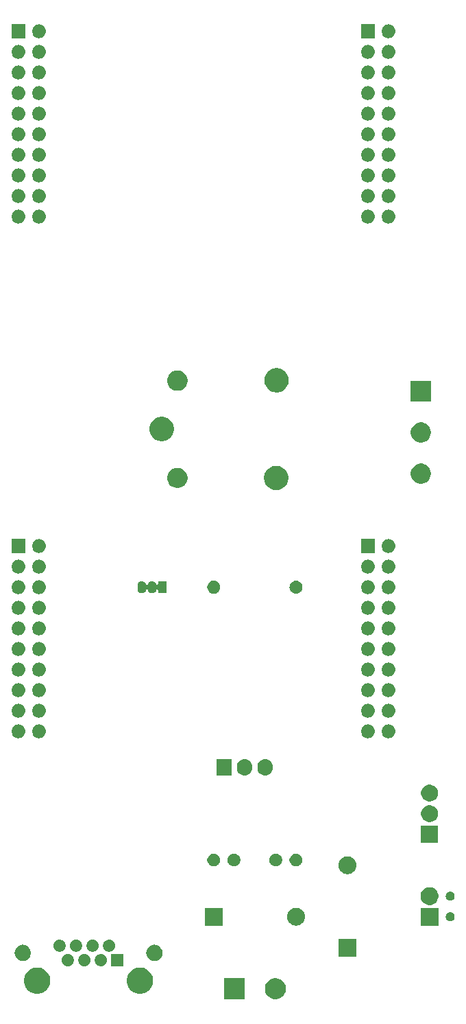
<source format=gbr>
G04 #@! TF.GenerationSoftware,KiCad,Pcbnew,5.0.1*
G04 #@! TF.CreationDate,2018-12-02T07:32:58+00:00*
G04 #@! TF.ProjectId,acnode-doorbot,61636E6F64652D646F6F72626F742E6B,rev?*
G04 #@! TF.SameCoordinates,Original*
G04 #@! TF.FileFunction,Soldermask,Bot*
G04 #@! TF.FilePolarity,Negative*
%FSLAX46Y46*%
G04 Gerber Fmt 4.6, Leading zero omitted, Abs format (unit mm)*
G04 Created by KiCad (PCBNEW 5.0.1) date Sun Dec  2 07:32:58 2018*
%MOMM*%
%LPD*%
G01*
G04 APERTURE LIST*
%ADD10C,0.100000*%
G04 APERTURE END LIST*
D10*
G36*
X84199196Y-158769958D02*
X84435780Y-158867954D01*
X84648705Y-159010226D01*
X84829774Y-159191295D01*
X84972046Y-159404220D01*
X85070042Y-159640804D01*
X85120000Y-159891960D01*
X85120000Y-160148040D01*
X85070042Y-160399196D01*
X84972046Y-160635780D01*
X84829774Y-160848705D01*
X84648705Y-161029774D01*
X84435780Y-161172046D01*
X84199196Y-161270042D01*
X83948040Y-161320000D01*
X83691960Y-161320000D01*
X83440804Y-161270042D01*
X83204220Y-161172046D01*
X82991295Y-161029774D01*
X82810226Y-160848705D01*
X82667954Y-160635780D01*
X82569958Y-160399196D01*
X82520000Y-160148040D01*
X82520000Y-159891960D01*
X82569958Y-159640804D01*
X82667954Y-159404220D01*
X82810226Y-159191295D01*
X82991295Y-159010226D01*
X83204220Y-158867954D01*
X83440804Y-158769958D01*
X83691960Y-158720000D01*
X83948040Y-158720000D01*
X84199196Y-158769958D01*
X84199196Y-158769958D01*
G37*
G36*
X80040000Y-161320000D02*
X77440000Y-161320000D01*
X77440000Y-158720000D01*
X80040000Y-158720000D01*
X80040000Y-161320000D01*
X80040000Y-161320000D01*
G37*
G36*
X54853992Y-157467447D02*
X54853994Y-157467448D01*
X54853995Y-157467448D01*
X55149726Y-157589943D01*
X55149727Y-157589944D01*
X55415880Y-157767782D01*
X55642218Y-157994120D01*
X55642220Y-157994123D01*
X55820057Y-158260274D01*
X55942552Y-158556005D01*
X56005000Y-158869951D01*
X56005000Y-159190049D01*
X55942552Y-159503995D01*
X55820057Y-159799726D01*
X55820056Y-159799727D01*
X55642218Y-160065880D01*
X55415880Y-160292218D01*
X55415877Y-160292220D01*
X55149726Y-160470057D01*
X54853995Y-160592552D01*
X54853994Y-160592552D01*
X54853992Y-160592553D01*
X54540050Y-160655000D01*
X54219950Y-160655000D01*
X53906008Y-160592553D01*
X53906006Y-160592552D01*
X53906005Y-160592552D01*
X53610274Y-160470057D01*
X53344123Y-160292220D01*
X53344120Y-160292218D01*
X53117782Y-160065880D01*
X52939944Y-159799727D01*
X52939943Y-159799726D01*
X52817448Y-159503995D01*
X52755000Y-159190049D01*
X52755000Y-158869951D01*
X52817448Y-158556005D01*
X52939943Y-158260274D01*
X53117780Y-157994123D01*
X53117782Y-157994120D01*
X53344120Y-157767782D01*
X53610273Y-157589944D01*
X53610274Y-157589943D01*
X53906005Y-157467448D01*
X53906006Y-157467448D01*
X53906008Y-157467447D01*
X54219950Y-157405000D01*
X54540050Y-157405000D01*
X54853992Y-157467447D01*
X54853992Y-157467447D01*
G37*
G36*
X67553992Y-157467447D02*
X67553994Y-157467448D01*
X67553995Y-157467448D01*
X67849726Y-157589943D01*
X67849727Y-157589944D01*
X68115880Y-157767782D01*
X68342218Y-157994120D01*
X68342220Y-157994123D01*
X68520057Y-158260274D01*
X68642552Y-158556005D01*
X68705000Y-158869951D01*
X68705000Y-159190049D01*
X68642552Y-159503995D01*
X68520057Y-159799726D01*
X68520056Y-159799727D01*
X68342218Y-160065880D01*
X68115880Y-160292218D01*
X68115877Y-160292220D01*
X67849726Y-160470057D01*
X67553995Y-160592552D01*
X67553994Y-160592552D01*
X67553992Y-160592553D01*
X67240050Y-160655000D01*
X66919950Y-160655000D01*
X66606008Y-160592553D01*
X66606006Y-160592552D01*
X66606005Y-160592552D01*
X66310274Y-160470057D01*
X66044123Y-160292220D01*
X66044120Y-160292218D01*
X65817782Y-160065880D01*
X65639944Y-159799727D01*
X65639943Y-159799726D01*
X65517448Y-159503995D01*
X65455000Y-159190049D01*
X65455000Y-158869951D01*
X65517448Y-158556005D01*
X65639943Y-158260274D01*
X65817780Y-157994123D01*
X65817782Y-157994120D01*
X66044120Y-157767782D01*
X66310273Y-157589944D01*
X66310274Y-157589943D01*
X66606005Y-157467448D01*
X66606006Y-157467448D01*
X66606008Y-157467447D01*
X66919950Y-157405000D01*
X67240050Y-157405000D01*
X67553992Y-157467447D01*
X67553992Y-157467447D01*
G37*
G36*
X65040000Y-157240000D02*
X63540000Y-157240000D01*
X63540000Y-155740000D01*
X65040000Y-155740000D01*
X65040000Y-157240000D01*
X65040000Y-157240000D01*
G37*
G36*
X58316318Y-155754411D02*
X58388767Y-155768822D01*
X58445303Y-155792240D01*
X58525257Y-155825358D01*
X58648100Y-155907439D01*
X58752561Y-156011900D01*
X58834642Y-156134743D01*
X58891178Y-156271234D01*
X58920000Y-156416130D01*
X58920000Y-156563870D01*
X58891178Y-156708766D01*
X58834642Y-156845257D01*
X58752561Y-156968100D01*
X58648100Y-157072561D01*
X58525257Y-157154642D01*
X58445303Y-157187760D01*
X58388767Y-157211178D01*
X58316318Y-157225589D01*
X58243870Y-157240000D01*
X58096130Y-157240000D01*
X58023682Y-157225589D01*
X57951233Y-157211178D01*
X57894697Y-157187760D01*
X57814743Y-157154642D01*
X57691900Y-157072561D01*
X57587439Y-156968100D01*
X57505358Y-156845257D01*
X57448822Y-156708766D01*
X57420000Y-156563870D01*
X57420000Y-156416130D01*
X57448822Y-156271234D01*
X57505358Y-156134743D01*
X57587439Y-156011900D01*
X57691900Y-155907439D01*
X57814743Y-155825358D01*
X57894697Y-155792240D01*
X57951233Y-155768822D01*
X58023682Y-155754411D01*
X58096130Y-155740000D01*
X58243870Y-155740000D01*
X58316318Y-155754411D01*
X58316318Y-155754411D01*
G37*
G36*
X60356318Y-155754411D02*
X60428767Y-155768822D01*
X60485303Y-155792240D01*
X60565257Y-155825358D01*
X60688100Y-155907439D01*
X60792561Y-156011900D01*
X60874642Y-156134743D01*
X60931178Y-156271234D01*
X60960000Y-156416130D01*
X60960000Y-156563870D01*
X60931178Y-156708766D01*
X60874642Y-156845257D01*
X60792561Y-156968100D01*
X60688100Y-157072561D01*
X60565257Y-157154642D01*
X60485303Y-157187760D01*
X60428767Y-157211178D01*
X60356318Y-157225589D01*
X60283870Y-157240000D01*
X60136130Y-157240000D01*
X60063682Y-157225589D01*
X59991233Y-157211178D01*
X59934697Y-157187760D01*
X59854743Y-157154642D01*
X59731900Y-157072561D01*
X59627439Y-156968100D01*
X59545358Y-156845257D01*
X59488822Y-156708766D01*
X59460000Y-156563870D01*
X59460000Y-156416130D01*
X59488822Y-156271234D01*
X59545358Y-156134743D01*
X59627439Y-156011900D01*
X59731900Y-155907439D01*
X59854743Y-155825358D01*
X59934697Y-155792240D01*
X59991233Y-155768822D01*
X60063682Y-155754411D01*
X60136130Y-155740000D01*
X60283870Y-155740000D01*
X60356318Y-155754411D01*
X60356318Y-155754411D01*
G37*
G36*
X62396318Y-155754411D02*
X62468767Y-155768822D01*
X62525303Y-155792240D01*
X62605257Y-155825358D01*
X62728100Y-155907439D01*
X62832561Y-156011900D01*
X62914642Y-156134743D01*
X62971178Y-156271234D01*
X63000000Y-156416130D01*
X63000000Y-156563870D01*
X62971178Y-156708766D01*
X62914642Y-156845257D01*
X62832561Y-156968100D01*
X62728100Y-157072561D01*
X62605257Y-157154642D01*
X62525303Y-157187760D01*
X62468767Y-157211178D01*
X62396318Y-157225589D01*
X62323870Y-157240000D01*
X62176130Y-157240000D01*
X62103682Y-157225589D01*
X62031233Y-157211178D01*
X61974697Y-157187760D01*
X61894743Y-157154642D01*
X61771900Y-157072561D01*
X61667439Y-156968100D01*
X61585358Y-156845257D01*
X61528822Y-156708766D01*
X61500000Y-156563870D01*
X61500000Y-156416130D01*
X61528822Y-156271234D01*
X61585358Y-156134743D01*
X61667439Y-156011900D01*
X61771900Y-155907439D01*
X61894743Y-155825358D01*
X61974697Y-155792240D01*
X62031233Y-155768822D01*
X62103682Y-155754411D01*
X62176130Y-155740000D01*
X62323870Y-155740000D01*
X62396318Y-155754411D01*
X62396318Y-155754411D01*
G37*
G36*
X52775770Y-154615372D02*
X52891689Y-154638429D01*
X53073678Y-154713811D01*
X53237463Y-154823249D01*
X53376751Y-154962537D01*
X53486189Y-155126322D01*
X53561571Y-155308311D01*
X53574765Y-155374642D01*
X53600000Y-155501507D01*
X53600000Y-155698493D01*
X53584628Y-155775770D01*
X53561571Y-155891689D01*
X53486189Y-156073678D01*
X53376751Y-156237463D01*
X53237463Y-156376751D01*
X53073678Y-156486189D01*
X52891689Y-156561571D01*
X52775770Y-156584628D01*
X52698493Y-156600000D01*
X52501507Y-156600000D01*
X52424230Y-156584628D01*
X52308311Y-156561571D01*
X52126322Y-156486189D01*
X51962537Y-156376751D01*
X51823249Y-156237463D01*
X51713811Y-156073678D01*
X51638429Y-155891689D01*
X51615372Y-155775770D01*
X51600000Y-155698493D01*
X51600000Y-155501507D01*
X51625235Y-155374642D01*
X51638429Y-155308311D01*
X51713811Y-155126322D01*
X51823249Y-154962537D01*
X51962537Y-154823249D01*
X52126322Y-154713811D01*
X52308311Y-154638429D01*
X52424230Y-154615372D01*
X52501507Y-154600000D01*
X52698493Y-154600000D01*
X52775770Y-154615372D01*
X52775770Y-154615372D01*
G37*
G36*
X69035770Y-154615372D02*
X69151689Y-154638429D01*
X69333678Y-154713811D01*
X69497463Y-154823249D01*
X69636751Y-154962537D01*
X69746189Y-155126322D01*
X69821571Y-155308311D01*
X69834765Y-155374642D01*
X69860000Y-155501507D01*
X69860000Y-155698493D01*
X69844628Y-155775770D01*
X69821571Y-155891689D01*
X69746189Y-156073678D01*
X69636751Y-156237463D01*
X69497463Y-156376751D01*
X69333678Y-156486189D01*
X69151689Y-156561571D01*
X69035770Y-156584628D01*
X68958493Y-156600000D01*
X68761507Y-156600000D01*
X68684230Y-156584628D01*
X68568311Y-156561571D01*
X68386322Y-156486189D01*
X68222537Y-156376751D01*
X68083249Y-156237463D01*
X67973811Y-156073678D01*
X67898429Y-155891689D01*
X67875372Y-155775770D01*
X67860000Y-155698493D01*
X67860000Y-155501507D01*
X67885235Y-155374642D01*
X67898429Y-155308311D01*
X67973811Y-155126322D01*
X68083249Y-154962537D01*
X68222537Y-154823249D01*
X68386322Y-154713811D01*
X68568311Y-154638429D01*
X68684230Y-154615372D01*
X68761507Y-154600000D01*
X68958493Y-154600000D01*
X69035770Y-154615372D01*
X69035770Y-154615372D01*
G37*
G36*
X93810000Y-156040000D02*
X91610000Y-156040000D01*
X91610000Y-153840000D01*
X93810000Y-153840000D01*
X93810000Y-156040000D01*
X93810000Y-156040000D01*
G37*
G36*
X57296318Y-153974411D02*
X57368767Y-153988822D01*
X57425303Y-154012240D01*
X57505257Y-154045358D01*
X57628100Y-154127439D01*
X57732561Y-154231900D01*
X57814642Y-154354743D01*
X57871178Y-154491234D01*
X57900000Y-154636130D01*
X57900000Y-154783870D01*
X57871178Y-154928766D01*
X57814642Y-155065257D01*
X57732561Y-155188100D01*
X57628100Y-155292561D01*
X57505257Y-155374642D01*
X57425303Y-155407760D01*
X57368767Y-155431178D01*
X57296318Y-155445589D01*
X57223870Y-155460000D01*
X57076130Y-155460000D01*
X57003682Y-155445589D01*
X56931233Y-155431178D01*
X56874697Y-155407760D01*
X56794743Y-155374642D01*
X56671900Y-155292561D01*
X56567439Y-155188100D01*
X56485358Y-155065257D01*
X56428822Y-154928766D01*
X56400000Y-154783870D01*
X56400000Y-154636130D01*
X56428822Y-154491234D01*
X56485358Y-154354743D01*
X56567439Y-154231900D01*
X56671900Y-154127439D01*
X56794743Y-154045358D01*
X56874697Y-154012240D01*
X56931233Y-153988822D01*
X57003682Y-153974411D01*
X57076130Y-153960000D01*
X57223870Y-153960000D01*
X57296318Y-153974411D01*
X57296318Y-153974411D01*
G37*
G36*
X61376318Y-153974411D02*
X61448767Y-153988822D01*
X61505303Y-154012240D01*
X61585257Y-154045358D01*
X61708100Y-154127439D01*
X61812561Y-154231900D01*
X61894642Y-154354743D01*
X61951178Y-154491234D01*
X61980000Y-154636130D01*
X61980000Y-154783870D01*
X61951178Y-154928766D01*
X61894642Y-155065257D01*
X61812561Y-155188100D01*
X61708100Y-155292561D01*
X61585257Y-155374642D01*
X61505303Y-155407760D01*
X61448767Y-155431178D01*
X61376318Y-155445589D01*
X61303870Y-155460000D01*
X61156130Y-155460000D01*
X61083682Y-155445589D01*
X61011233Y-155431178D01*
X60954697Y-155407760D01*
X60874743Y-155374642D01*
X60751900Y-155292561D01*
X60647439Y-155188100D01*
X60565358Y-155065257D01*
X60508822Y-154928766D01*
X60480000Y-154783870D01*
X60480000Y-154636130D01*
X60508822Y-154491234D01*
X60565358Y-154354743D01*
X60647439Y-154231900D01*
X60751900Y-154127439D01*
X60874743Y-154045358D01*
X60954697Y-154012240D01*
X61011233Y-153988822D01*
X61083682Y-153974411D01*
X61156130Y-153960000D01*
X61303870Y-153960000D01*
X61376318Y-153974411D01*
X61376318Y-153974411D01*
G37*
G36*
X59336318Y-153974411D02*
X59408767Y-153988822D01*
X59465303Y-154012240D01*
X59545257Y-154045358D01*
X59668100Y-154127439D01*
X59772561Y-154231900D01*
X59854642Y-154354743D01*
X59911178Y-154491234D01*
X59940000Y-154636130D01*
X59940000Y-154783870D01*
X59911178Y-154928766D01*
X59854642Y-155065257D01*
X59772561Y-155188100D01*
X59668100Y-155292561D01*
X59545257Y-155374642D01*
X59465303Y-155407760D01*
X59408767Y-155431178D01*
X59336318Y-155445589D01*
X59263870Y-155460000D01*
X59116130Y-155460000D01*
X59043682Y-155445589D01*
X58971233Y-155431178D01*
X58914697Y-155407760D01*
X58834743Y-155374642D01*
X58711900Y-155292561D01*
X58607439Y-155188100D01*
X58525358Y-155065257D01*
X58468822Y-154928766D01*
X58440000Y-154783870D01*
X58440000Y-154636130D01*
X58468822Y-154491234D01*
X58525358Y-154354743D01*
X58607439Y-154231900D01*
X58711900Y-154127439D01*
X58834743Y-154045358D01*
X58914697Y-154012240D01*
X58971233Y-153988822D01*
X59043682Y-153974411D01*
X59116130Y-153960000D01*
X59263870Y-153960000D01*
X59336318Y-153974411D01*
X59336318Y-153974411D01*
G37*
G36*
X63416318Y-153974411D02*
X63488767Y-153988822D01*
X63545303Y-154012240D01*
X63625257Y-154045358D01*
X63748100Y-154127439D01*
X63852561Y-154231900D01*
X63934642Y-154354743D01*
X63991178Y-154491234D01*
X64020000Y-154636130D01*
X64020000Y-154783870D01*
X63991178Y-154928766D01*
X63934642Y-155065257D01*
X63852561Y-155188100D01*
X63748100Y-155292561D01*
X63625257Y-155374642D01*
X63545303Y-155407760D01*
X63488767Y-155431178D01*
X63416318Y-155445589D01*
X63343870Y-155460000D01*
X63196130Y-155460000D01*
X63123682Y-155445589D01*
X63051233Y-155431178D01*
X62994697Y-155407760D01*
X62914743Y-155374642D01*
X62791900Y-155292561D01*
X62687439Y-155188100D01*
X62605358Y-155065257D01*
X62548822Y-154928766D01*
X62520000Y-154783870D01*
X62520000Y-154636130D01*
X62548822Y-154491234D01*
X62605358Y-154354743D01*
X62687439Y-154231900D01*
X62791900Y-154127439D01*
X62914743Y-154045358D01*
X62994697Y-154012240D01*
X63051233Y-153988822D01*
X63123682Y-153974411D01*
X63196130Y-153960000D01*
X63343870Y-153960000D01*
X63416318Y-153974411D01*
X63416318Y-153974411D01*
G37*
G36*
X103970000Y-152230000D02*
X101770000Y-152230000D01*
X101770000Y-150030000D01*
X103970000Y-150030000D01*
X103970000Y-152230000D01*
X103970000Y-152230000D01*
G37*
G36*
X77300000Y-152230000D02*
X75100000Y-152230000D01*
X75100000Y-150030000D01*
X77300000Y-150030000D01*
X77300000Y-152230000D01*
X77300000Y-152230000D01*
G37*
G36*
X86575639Y-150045916D02*
X86782986Y-150108815D01*
X86782988Y-150108816D01*
X86974084Y-150210958D01*
X87141581Y-150348419D01*
X87279042Y-150515916D01*
X87378926Y-150702787D01*
X87381185Y-150707014D01*
X87444084Y-150914361D01*
X87465322Y-151130000D01*
X87449522Y-151290429D01*
X87444084Y-151345638D01*
X87381184Y-151552988D01*
X87279042Y-151744084D01*
X87141581Y-151911581D01*
X86974084Y-152049042D01*
X86782988Y-152151184D01*
X86782986Y-152151185D01*
X86575639Y-152214084D01*
X86414038Y-152230000D01*
X86305962Y-152230000D01*
X86144361Y-152214084D01*
X85937014Y-152151185D01*
X85937012Y-152151184D01*
X85745916Y-152049042D01*
X85578419Y-151911581D01*
X85440958Y-151744084D01*
X85338816Y-151552988D01*
X85275916Y-151345638D01*
X85270479Y-151290429D01*
X85254678Y-151130000D01*
X85275916Y-150914361D01*
X85338815Y-150707014D01*
X85341074Y-150702787D01*
X85440958Y-150515916D01*
X85578419Y-150348419D01*
X85745916Y-150210958D01*
X85937012Y-150108816D01*
X85937014Y-150108815D01*
X86144361Y-150045916D01*
X86305962Y-150030000D01*
X86414038Y-150030000D01*
X86575639Y-150045916D01*
X86575639Y-150045916D01*
G37*
G36*
X105499590Y-150587045D02*
X105570429Y-150601136D01*
X105670523Y-150642597D01*
X105760607Y-150702789D01*
X105837211Y-150779393D01*
X105837213Y-150779396D01*
X105897403Y-150869477D01*
X105938864Y-150969571D01*
X105960000Y-151075830D01*
X105960000Y-151184170D01*
X105938864Y-151290429D01*
X105915995Y-151345638D01*
X105897403Y-151390523D01*
X105837211Y-151480607D01*
X105760607Y-151557211D01*
X105760604Y-151557213D01*
X105670523Y-151617403D01*
X105570429Y-151658864D01*
X105499590Y-151672955D01*
X105464171Y-151680000D01*
X105355829Y-151680000D01*
X105320410Y-151672955D01*
X105249571Y-151658864D01*
X105149477Y-151617403D01*
X105059396Y-151557213D01*
X105059393Y-151557211D01*
X104982789Y-151480607D01*
X104922597Y-151390523D01*
X104904005Y-151345638D01*
X104881136Y-151290429D01*
X104860000Y-151184170D01*
X104860000Y-151075830D01*
X104881136Y-150969571D01*
X104922597Y-150869477D01*
X104982787Y-150779396D01*
X104982789Y-150779393D01*
X105059393Y-150702789D01*
X105149477Y-150642597D01*
X105249571Y-150601136D01*
X105320410Y-150587045D01*
X105355829Y-150580000D01*
X105464171Y-150580000D01*
X105499590Y-150587045D01*
X105499590Y-150587045D01*
G37*
G36*
X103190857Y-147532272D02*
X103391042Y-147615191D01*
X103571213Y-147735578D01*
X103724422Y-147888787D01*
X103844809Y-148068958D01*
X103927728Y-148269143D01*
X103970000Y-148481658D01*
X103970000Y-148698342D01*
X103927728Y-148910857D01*
X103844809Y-149111042D01*
X103724422Y-149291213D01*
X103571213Y-149444422D01*
X103391042Y-149564809D01*
X103190857Y-149647728D01*
X102978342Y-149690000D01*
X102761658Y-149690000D01*
X102549143Y-149647728D01*
X102348958Y-149564809D01*
X102168787Y-149444422D01*
X102015578Y-149291213D01*
X101895191Y-149111042D01*
X101812272Y-148910857D01*
X101770000Y-148698342D01*
X101770000Y-148481658D01*
X101812272Y-148269143D01*
X101895191Y-148068958D01*
X102015578Y-147888787D01*
X102168787Y-147735578D01*
X102348958Y-147615191D01*
X102549143Y-147532272D01*
X102761658Y-147490000D01*
X102978342Y-147490000D01*
X103190857Y-147532272D01*
X103190857Y-147532272D01*
G37*
G36*
X105499590Y-148047045D02*
X105570429Y-148061136D01*
X105670523Y-148102597D01*
X105760607Y-148162789D01*
X105837211Y-148239393D01*
X105837213Y-148239396D01*
X105897403Y-148329477D01*
X105938864Y-148429571D01*
X105960000Y-148535830D01*
X105960000Y-148644170D01*
X105938864Y-148750429D01*
X105897403Y-148850523D01*
X105837211Y-148940607D01*
X105760607Y-149017211D01*
X105760604Y-149017213D01*
X105670523Y-149077403D01*
X105570429Y-149118864D01*
X105499590Y-149132955D01*
X105464171Y-149140000D01*
X105355829Y-149140000D01*
X105320410Y-149132955D01*
X105249571Y-149118864D01*
X105149477Y-149077403D01*
X105059396Y-149017213D01*
X105059393Y-149017211D01*
X104982789Y-148940607D01*
X104922597Y-148850523D01*
X104881136Y-148750429D01*
X104860000Y-148644170D01*
X104860000Y-148535830D01*
X104881136Y-148429571D01*
X104922597Y-148329477D01*
X104982787Y-148239396D01*
X104982789Y-148239393D01*
X105059393Y-148162789D01*
X105149477Y-148102597D01*
X105249571Y-148061136D01*
X105320410Y-148047045D01*
X105355829Y-148040000D01*
X105464171Y-148040000D01*
X105499590Y-148047045D01*
X105499590Y-148047045D01*
G37*
G36*
X92925639Y-143695916D02*
X93132986Y-143758815D01*
X93132988Y-143758816D01*
X93324084Y-143860958D01*
X93491581Y-143998419D01*
X93629042Y-144165916D01*
X93731184Y-144357012D01*
X93731185Y-144357014D01*
X93781823Y-144523942D01*
X93794084Y-144564362D01*
X93815322Y-144780000D01*
X93794084Y-144995638D01*
X93731184Y-145202988D01*
X93629042Y-145394084D01*
X93491581Y-145561581D01*
X93324084Y-145699042D01*
X93132988Y-145801184D01*
X93132986Y-145801185D01*
X92925639Y-145864084D01*
X92764038Y-145880000D01*
X92655962Y-145880000D01*
X92494361Y-145864084D01*
X92287014Y-145801185D01*
X92287012Y-145801184D01*
X92095916Y-145699042D01*
X91928419Y-145561581D01*
X91790958Y-145394084D01*
X91688816Y-145202988D01*
X91625916Y-144995638D01*
X91604678Y-144780000D01*
X91625916Y-144564362D01*
X91638177Y-144523942D01*
X91688815Y-144357014D01*
X91688816Y-144357012D01*
X91790958Y-144165916D01*
X91928419Y-143998419D01*
X92095916Y-143860958D01*
X92287012Y-143758816D01*
X92287014Y-143758815D01*
X92494361Y-143695916D01*
X92655962Y-143680000D01*
X92764038Y-143680000D01*
X92925639Y-143695916D01*
X92925639Y-143695916D01*
G37*
G36*
X86593352Y-143375743D02*
X86738941Y-143436048D01*
X86869973Y-143523601D01*
X86981399Y-143635027D01*
X87068952Y-143766059D01*
X87129257Y-143911648D01*
X87160000Y-144066205D01*
X87160000Y-144223795D01*
X87129257Y-144378352D01*
X87068952Y-144523941D01*
X86981399Y-144654973D01*
X86869973Y-144766399D01*
X86738941Y-144853952D01*
X86593352Y-144914257D01*
X86438795Y-144945000D01*
X86281205Y-144945000D01*
X86126648Y-144914257D01*
X85981059Y-144853952D01*
X85850027Y-144766399D01*
X85738601Y-144654973D01*
X85651048Y-144523941D01*
X85590743Y-144378352D01*
X85560000Y-144223795D01*
X85560000Y-144066205D01*
X85590743Y-143911648D01*
X85651048Y-143766059D01*
X85738601Y-143635027D01*
X85850027Y-143523601D01*
X85981059Y-143436048D01*
X86126648Y-143375743D01*
X86281205Y-143345000D01*
X86438795Y-143345000D01*
X86593352Y-143375743D01*
X86593352Y-143375743D01*
G37*
G36*
X84093352Y-143375743D02*
X84238941Y-143436048D01*
X84369973Y-143523601D01*
X84481399Y-143635027D01*
X84568952Y-143766059D01*
X84629257Y-143911648D01*
X84660000Y-144066205D01*
X84660000Y-144223795D01*
X84629257Y-144378352D01*
X84568952Y-144523941D01*
X84481399Y-144654973D01*
X84369973Y-144766399D01*
X84238941Y-144853952D01*
X84093352Y-144914257D01*
X83938795Y-144945000D01*
X83781205Y-144945000D01*
X83626648Y-144914257D01*
X83481059Y-144853952D01*
X83350027Y-144766399D01*
X83238601Y-144654973D01*
X83151048Y-144523941D01*
X83090743Y-144378352D01*
X83060000Y-144223795D01*
X83060000Y-144066205D01*
X83090743Y-143911648D01*
X83151048Y-143766059D01*
X83238601Y-143635027D01*
X83350027Y-143523601D01*
X83481059Y-143436048D01*
X83626648Y-143375743D01*
X83781205Y-143345000D01*
X83938795Y-143345000D01*
X84093352Y-143375743D01*
X84093352Y-143375743D01*
G37*
G36*
X78933352Y-143375743D02*
X79078941Y-143436048D01*
X79209973Y-143523601D01*
X79321399Y-143635027D01*
X79408952Y-143766059D01*
X79469257Y-143911648D01*
X79500000Y-144066205D01*
X79500000Y-144223795D01*
X79469257Y-144378352D01*
X79408952Y-144523941D01*
X79321399Y-144654973D01*
X79209973Y-144766399D01*
X79078941Y-144853952D01*
X78933352Y-144914257D01*
X78778795Y-144945000D01*
X78621205Y-144945000D01*
X78466648Y-144914257D01*
X78321059Y-144853952D01*
X78190027Y-144766399D01*
X78078601Y-144654973D01*
X77991048Y-144523941D01*
X77930743Y-144378352D01*
X77900000Y-144223795D01*
X77900000Y-144066205D01*
X77930743Y-143911648D01*
X77991048Y-143766059D01*
X78078601Y-143635027D01*
X78190027Y-143523601D01*
X78321059Y-143436048D01*
X78466648Y-143375743D01*
X78621205Y-143345000D01*
X78778795Y-143345000D01*
X78933352Y-143375743D01*
X78933352Y-143375743D01*
G37*
G36*
X76433352Y-143375743D02*
X76578941Y-143436048D01*
X76709973Y-143523601D01*
X76821399Y-143635027D01*
X76908952Y-143766059D01*
X76969257Y-143911648D01*
X77000000Y-144066205D01*
X77000000Y-144223795D01*
X76969257Y-144378352D01*
X76908952Y-144523941D01*
X76821399Y-144654973D01*
X76709973Y-144766399D01*
X76578941Y-144853952D01*
X76433352Y-144914257D01*
X76278795Y-144945000D01*
X76121205Y-144945000D01*
X75966648Y-144914257D01*
X75821059Y-144853952D01*
X75690027Y-144766399D01*
X75578601Y-144654973D01*
X75491048Y-144523941D01*
X75430743Y-144378352D01*
X75400000Y-144223795D01*
X75400000Y-144066205D01*
X75430743Y-143911648D01*
X75491048Y-143766059D01*
X75578601Y-143635027D01*
X75690027Y-143523601D01*
X75821059Y-143436048D01*
X75966648Y-143375743D01*
X76121205Y-143345000D01*
X76278795Y-143345000D01*
X76433352Y-143375743D01*
X76433352Y-143375743D01*
G37*
G36*
X103920000Y-142020000D02*
X101820000Y-142020000D01*
X101820000Y-139920000D01*
X103920000Y-139920000D01*
X103920000Y-142020000D01*
X103920000Y-142020000D01*
G37*
G36*
X102995888Y-137384470D02*
X103176274Y-137420350D01*
X103367362Y-137499502D01*
X103539336Y-137614411D01*
X103685589Y-137760664D01*
X103800498Y-137932638D01*
X103879650Y-138123726D01*
X103920000Y-138326584D01*
X103920000Y-138533416D01*
X103879650Y-138736274D01*
X103800498Y-138927362D01*
X103685589Y-139099336D01*
X103539336Y-139245589D01*
X103367362Y-139360498D01*
X103176274Y-139439650D01*
X102995888Y-139475530D01*
X102973417Y-139480000D01*
X102766583Y-139480000D01*
X102744112Y-139475530D01*
X102563726Y-139439650D01*
X102372638Y-139360498D01*
X102200664Y-139245589D01*
X102054411Y-139099336D01*
X101939502Y-138927362D01*
X101860350Y-138736274D01*
X101820000Y-138533416D01*
X101820000Y-138326584D01*
X101860350Y-138123726D01*
X101939502Y-137932638D01*
X102054411Y-137760664D01*
X102200664Y-137614411D01*
X102372638Y-137499502D01*
X102563726Y-137420350D01*
X102744112Y-137384470D01*
X102766583Y-137380000D01*
X102973417Y-137380000D01*
X102995888Y-137384470D01*
X102995888Y-137384470D01*
G37*
G36*
X102995888Y-134844470D02*
X103176274Y-134880350D01*
X103367362Y-134959502D01*
X103539336Y-135074411D01*
X103685589Y-135220664D01*
X103800498Y-135392638D01*
X103879650Y-135583726D01*
X103920000Y-135786584D01*
X103920000Y-135993416D01*
X103879650Y-136196274D01*
X103800498Y-136387362D01*
X103685589Y-136559336D01*
X103539336Y-136705589D01*
X103367362Y-136820498D01*
X103176274Y-136899650D01*
X102995888Y-136935530D01*
X102973417Y-136940000D01*
X102766583Y-136940000D01*
X102744112Y-136935530D01*
X102563726Y-136899650D01*
X102372638Y-136820498D01*
X102200664Y-136705589D01*
X102054411Y-136559336D01*
X101939502Y-136387362D01*
X101860350Y-136196274D01*
X101820000Y-135993416D01*
X101820000Y-135786584D01*
X101860350Y-135583726D01*
X101939502Y-135392638D01*
X102054411Y-135220664D01*
X102200664Y-135074411D01*
X102372638Y-134959502D01*
X102563726Y-134880350D01*
X102744112Y-134844470D01*
X102766583Y-134840000D01*
X102973417Y-134840000D01*
X102995888Y-134844470D01*
X102995888Y-134844470D01*
G37*
G36*
X80196723Y-131728782D02*
X80376268Y-131783247D01*
X80541741Y-131871693D01*
X80686778Y-131990722D01*
X80805807Y-132135759D01*
X80894253Y-132301231D01*
X80948718Y-132480776D01*
X80962500Y-132620711D01*
X80962500Y-132809288D01*
X80948718Y-132949223D01*
X80894253Y-133128768D01*
X80805807Y-133294241D01*
X80686778Y-133439278D01*
X80541741Y-133558307D01*
X80376269Y-133646753D01*
X80196724Y-133701218D01*
X80010000Y-133719608D01*
X79823277Y-133701218D01*
X79643732Y-133646753D01*
X79478264Y-133558309D01*
X79478263Y-133558308D01*
X79478259Y-133558306D01*
X79333222Y-133439278D01*
X79333221Y-133439276D01*
X79333219Y-133439275D01*
X79214193Y-133294241D01*
X79125747Y-133128769D01*
X79071282Y-132949224D01*
X79057500Y-132809289D01*
X79057500Y-132620712D01*
X79071282Y-132480777D01*
X79125747Y-132301232D01*
X79214193Y-132135759D01*
X79333222Y-131990722D01*
X79478259Y-131871693D01*
X79643731Y-131783247D01*
X79823276Y-131728782D01*
X80010000Y-131710392D01*
X80196723Y-131728782D01*
X80196723Y-131728782D01*
G37*
G36*
X82736723Y-131728782D02*
X82916268Y-131783247D01*
X83081741Y-131871693D01*
X83226778Y-131990722D01*
X83345807Y-132135759D01*
X83434253Y-132301231D01*
X83488718Y-132480776D01*
X83502500Y-132620711D01*
X83502500Y-132809288D01*
X83488718Y-132949223D01*
X83434253Y-133128768D01*
X83345807Y-133294241D01*
X83226778Y-133439278D01*
X83081741Y-133558307D01*
X82916269Y-133646753D01*
X82736724Y-133701218D01*
X82550000Y-133719608D01*
X82363277Y-133701218D01*
X82183732Y-133646753D01*
X82018264Y-133558309D01*
X82018263Y-133558308D01*
X82018259Y-133558306D01*
X81873222Y-133439278D01*
X81873221Y-133439276D01*
X81873219Y-133439275D01*
X81754193Y-133294241D01*
X81665747Y-133128769D01*
X81611282Y-132949224D01*
X81597500Y-132809289D01*
X81597500Y-132620712D01*
X81611282Y-132480777D01*
X81665747Y-132301232D01*
X81754193Y-132135759D01*
X81873222Y-131990722D01*
X82018259Y-131871693D01*
X82183731Y-131783247D01*
X82363276Y-131728782D01*
X82550000Y-131710392D01*
X82736723Y-131728782D01*
X82736723Y-131728782D01*
G37*
G36*
X78422500Y-133715000D02*
X76517500Y-133715000D01*
X76517500Y-131715000D01*
X78422500Y-131715000D01*
X78422500Y-133715000D01*
X78422500Y-133715000D01*
G37*
G36*
X97956630Y-127432299D02*
X98116855Y-127480903D01*
X98264520Y-127559831D01*
X98393949Y-127666051D01*
X98500169Y-127795480D01*
X98579097Y-127943145D01*
X98627701Y-128103370D01*
X98644112Y-128270000D01*
X98627701Y-128436630D01*
X98579097Y-128596855D01*
X98500169Y-128744520D01*
X98393949Y-128873949D01*
X98264520Y-128980169D01*
X98116855Y-129059097D01*
X97956630Y-129107701D01*
X97831752Y-129120000D01*
X97748248Y-129120000D01*
X97623370Y-129107701D01*
X97463145Y-129059097D01*
X97315480Y-128980169D01*
X97186051Y-128873949D01*
X97079831Y-128744520D01*
X97000903Y-128596855D01*
X96952299Y-128436630D01*
X96935888Y-128270000D01*
X96952299Y-128103370D01*
X97000903Y-127943145D01*
X97079831Y-127795480D01*
X97186051Y-127666051D01*
X97315480Y-127559831D01*
X97463145Y-127480903D01*
X97623370Y-127432299D01*
X97748248Y-127420000D01*
X97831752Y-127420000D01*
X97956630Y-127432299D01*
X97956630Y-127432299D01*
G37*
G36*
X95416630Y-127432299D02*
X95576855Y-127480903D01*
X95724520Y-127559831D01*
X95853949Y-127666051D01*
X95960169Y-127795480D01*
X96039097Y-127943145D01*
X96087701Y-128103370D01*
X96104112Y-128270000D01*
X96087701Y-128436630D01*
X96039097Y-128596855D01*
X95960169Y-128744520D01*
X95853949Y-128873949D01*
X95724520Y-128980169D01*
X95576855Y-129059097D01*
X95416630Y-129107701D01*
X95291752Y-129120000D01*
X95208248Y-129120000D01*
X95083370Y-129107701D01*
X94923145Y-129059097D01*
X94775480Y-128980169D01*
X94646051Y-128873949D01*
X94539831Y-128744520D01*
X94460903Y-128596855D01*
X94412299Y-128436630D01*
X94395888Y-128270000D01*
X94412299Y-128103370D01*
X94460903Y-127943145D01*
X94539831Y-127795480D01*
X94646051Y-127666051D01*
X94775480Y-127559831D01*
X94923145Y-127480903D01*
X95083370Y-127432299D01*
X95208248Y-127420000D01*
X95291752Y-127420000D01*
X95416630Y-127432299D01*
X95416630Y-127432299D01*
G37*
G36*
X54776630Y-127432299D02*
X54936855Y-127480903D01*
X55084520Y-127559831D01*
X55213949Y-127666051D01*
X55320169Y-127795480D01*
X55399097Y-127943145D01*
X55447701Y-128103370D01*
X55464112Y-128270000D01*
X55447701Y-128436630D01*
X55399097Y-128596855D01*
X55320169Y-128744520D01*
X55213949Y-128873949D01*
X55084520Y-128980169D01*
X54936855Y-129059097D01*
X54776630Y-129107701D01*
X54651752Y-129120000D01*
X54568248Y-129120000D01*
X54443370Y-129107701D01*
X54283145Y-129059097D01*
X54135480Y-128980169D01*
X54006051Y-128873949D01*
X53899831Y-128744520D01*
X53820903Y-128596855D01*
X53772299Y-128436630D01*
X53755888Y-128270000D01*
X53772299Y-128103370D01*
X53820903Y-127943145D01*
X53899831Y-127795480D01*
X54006051Y-127666051D01*
X54135480Y-127559831D01*
X54283145Y-127480903D01*
X54443370Y-127432299D01*
X54568248Y-127420000D01*
X54651752Y-127420000D01*
X54776630Y-127432299D01*
X54776630Y-127432299D01*
G37*
G36*
X52236630Y-127432299D02*
X52396855Y-127480903D01*
X52544520Y-127559831D01*
X52673949Y-127666051D01*
X52780169Y-127795480D01*
X52859097Y-127943145D01*
X52907701Y-128103370D01*
X52924112Y-128270000D01*
X52907701Y-128436630D01*
X52859097Y-128596855D01*
X52780169Y-128744520D01*
X52673949Y-128873949D01*
X52544520Y-128980169D01*
X52396855Y-129059097D01*
X52236630Y-129107701D01*
X52111752Y-129120000D01*
X52028248Y-129120000D01*
X51903370Y-129107701D01*
X51743145Y-129059097D01*
X51595480Y-128980169D01*
X51466051Y-128873949D01*
X51359831Y-128744520D01*
X51280903Y-128596855D01*
X51232299Y-128436630D01*
X51215888Y-128270000D01*
X51232299Y-128103370D01*
X51280903Y-127943145D01*
X51359831Y-127795480D01*
X51466051Y-127666051D01*
X51595480Y-127559831D01*
X51743145Y-127480903D01*
X51903370Y-127432299D01*
X52028248Y-127420000D01*
X52111752Y-127420000D01*
X52236630Y-127432299D01*
X52236630Y-127432299D01*
G37*
G36*
X54776630Y-124892299D02*
X54936855Y-124940903D01*
X55084520Y-125019831D01*
X55213949Y-125126051D01*
X55320169Y-125255480D01*
X55399097Y-125403145D01*
X55447701Y-125563370D01*
X55464112Y-125730000D01*
X55447701Y-125896630D01*
X55399097Y-126056855D01*
X55320169Y-126204520D01*
X55213949Y-126333949D01*
X55084520Y-126440169D01*
X54936855Y-126519097D01*
X54776630Y-126567701D01*
X54651752Y-126580000D01*
X54568248Y-126580000D01*
X54443370Y-126567701D01*
X54283145Y-126519097D01*
X54135480Y-126440169D01*
X54006051Y-126333949D01*
X53899831Y-126204520D01*
X53820903Y-126056855D01*
X53772299Y-125896630D01*
X53755888Y-125730000D01*
X53772299Y-125563370D01*
X53820903Y-125403145D01*
X53899831Y-125255480D01*
X54006051Y-125126051D01*
X54135480Y-125019831D01*
X54283145Y-124940903D01*
X54443370Y-124892299D01*
X54568248Y-124880000D01*
X54651752Y-124880000D01*
X54776630Y-124892299D01*
X54776630Y-124892299D01*
G37*
G36*
X52236630Y-124892299D02*
X52396855Y-124940903D01*
X52544520Y-125019831D01*
X52673949Y-125126051D01*
X52780169Y-125255480D01*
X52859097Y-125403145D01*
X52907701Y-125563370D01*
X52924112Y-125730000D01*
X52907701Y-125896630D01*
X52859097Y-126056855D01*
X52780169Y-126204520D01*
X52673949Y-126333949D01*
X52544520Y-126440169D01*
X52396855Y-126519097D01*
X52236630Y-126567701D01*
X52111752Y-126580000D01*
X52028248Y-126580000D01*
X51903370Y-126567701D01*
X51743145Y-126519097D01*
X51595480Y-126440169D01*
X51466051Y-126333949D01*
X51359831Y-126204520D01*
X51280903Y-126056855D01*
X51232299Y-125896630D01*
X51215888Y-125730000D01*
X51232299Y-125563370D01*
X51280903Y-125403145D01*
X51359831Y-125255480D01*
X51466051Y-125126051D01*
X51595480Y-125019831D01*
X51743145Y-124940903D01*
X51903370Y-124892299D01*
X52028248Y-124880000D01*
X52111752Y-124880000D01*
X52236630Y-124892299D01*
X52236630Y-124892299D01*
G37*
G36*
X97956630Y-124892299D02*
X98116855Y-124940903D01*
X98264520Y-125019831D01*
X98393949Y-125126051D01*
X98500169Y-125255480D01*
X98579097Y-125403145D01*
X98627701Y-125563370D01*
X98644112Y-125730000D01*
X98627701Y-125896630D01*
X98579097Y-126056855D01*
X98500169Y-126204520D01*
X98393949Y-126333949D01*
X98264520Y-126440169D01*
X98116855Y-126519097D01*
X97956630Y-126567701D01*
X97831752Y-126580000D01*
X97748248Y-126580000D01*
X97623370Y-126567701D01*
X97463145Y-126519097D01*
X97315480Y-126440169D01*
X97186051Y-126333949D01*
X97079831Y-126204520D01*
X97000903Y-126056855D01*
X96952299Y-125896630D01*
X96935888Y-125730000D01*
X96952299Y-125563370D01*
X97000903Y-125403145D01*
X97079831Y-125255480D01*
X97186051Y-125126051D01*
X97315480Y-125019831D01*
X97463145Y-124940903D01*
X97623370Y-124892299D01*
X97748248Y-124880000D01*
X97831752Y-124880000D01*
X97956630Y-124892299D01*
X97956630Y-124892299D01*
G37*
G36*
X95416630Y-124892299D02*
X95576855Y-124940903D01*
X95724520Y-125019831D01*
X95853949Y-125126051D01*
X95960169Y-125255480D01*
X96039097Y-125403145D01*
X96087701Y-125563370D01*
X96104112Y-125730000D01*
X96087701Y-125896630D01*
X96039097Y-126056855D01*
X95960169Y-126204520D01*
X95853949Y-126333949D01*
X95724520Y-126440169D01*
X95576855Y-126519097D01*
X95416630Y-126567701D01*
X95291752Y-126580000D01*
X95208248Y-126580000D01*
X95083370Y-126567701D01*
X94923145Y-126519097D01*
X94775480Y-126440169D01*
X94646051Y-126333949D01*
X94539831Y-126204520D01*
X94460903Y-126056855D01*
X94412299Y-125896630D01*
X94395888Y-125730000D01*
X94412299Y-125563370D01*
X94460903Y-125403145D01*
X94539831Y-125255480D01*
X94646051Y-125126051D01*
X94775480Y-125019831D01*
X94923145Y-124940903D01*
X95083370Y-124892299D01*
X95208248Y-124880000D01*
X95291752Y-124880000D01*
X95416630Y-124892299D01*
X95416630Y-124892299D01*
G37*
G36*
X52236630Y-122352299D02*
X52396855Y-122400903D01*
X52544520Y-122479831D01*
X52673949Y-122586051D01*
X52780169Y-122715480D01*
X52859097Y-122863145D01*
X52907701Y-123023370D01*
X52924112Y-123190000D01*
X52907701Y-123356630D01*
X52859097Y-123516855D01*
X52780169Y-123664520D01*
X52673949Y-123793949D01*
X52544520Y-123900169D01*
X52396855Y-123979097D01*
X52236630Y-124027701D01*
X52111752Y-124040000D01*
X52028248Y-124040000D01*
X51903370Y-124027701D01*
X51743145Y-123979097D01*
X51595480Y-123900169D01*
X51466051Y-123793949D01*
X51359831Y-123664520D01*
X51280903Y-123516855D01*
X51232299Y-123356630D01*
X51215888Y-123190000D01*
X51232299Y-123023370D01*
X51280903Y-122863145D01*
X51359831Y-122715480D01*
X51466051Y-122586051D01*
X51595480Y-122479831D01*
X51743145Y-122400903D01*
X51903370Y-122352299D01*
X52028248Y-122340000D01*
X52111752Y-122340000D01*
X52236630Y-122352299D01*
X52236630Y-122352299D01*
G37*
G36*
X97956630Y-122352299D02*
X98116855Y-122400903D01*
X98264520Y-122479831D01*
X98393949Y-122586051D01*
X98500169Y-122715480D01*
X98579097Y-122863145D01*
X98627701Y-123023370D01*
X98644112Y-123190000D01*
X98627701Y-123356630D01*
X98579097Y-123516855D01*
X98500169Y-123664520D01*
X98393949Y-123793949D01*
X98264520Y-123900169D01*
X98116855Y-123979097D01*
X97956630Y-124027701D01*
X97831752Y-124040000D01*
X97748248Y-124040000D01*
X97623370Y-124027701D01*
X97463145Y-123979097D01*
X97315480Y-123900169D01*
X97186051Y-123793949D01*
X97079831Y-123664520D01*
X97000903Y-123516855D01*
X96952299Y-123356630D01*
X96935888Y-123190000D01*
X96952299Y-123023370D01*
X97000903Y-122863145D01*
X97079831Y-122715480D01*
X97186051Y-122586051D01*
X97315480Y-122479831D01*
X97463145Y-122400903D01*
X97623370Y-122352299D01*
X97748248Y-122340000D01*
X97831752Y-122340000D01*
X97956630Y-122352299D01*
X97956630Y-122352299D01*
G37*
G36*
X95416630Y-122352299D02*
X95576855Y-122400903D01*
X95724520Y-122479831D01*
X95853949Y-122586051D01*
X95960169Y-122715480D01*
X96039097Y-122863145D01*
X96087701Y-123023370D01*
X96104112Y-123190000D01*
X96087701Y-123356630D01*
X96039097Y-123516855D01*
X95960169Y-123664520D01*
X95853949Y-123793949D01*
X95724520Y-123900169D01*
X95576855Y-123979097D01*
X95416630Y-124027701D01*
X95291752Y-124040000D01*
X95208248Y-124040000D01*
X95083370Y-124027701D01*
X94923145Y-123979097D01*
X94775480Y-123900169D01*
X94646051Y-123793949D01*
X94539831Y-123664520D01*
X94460903Y-123516855D01*
X94412299Y-123356630D01*
X94395888Y-123190000D01*
X94412299Y-123023370D01*
X94460903Y-122863145D01*
X94539831Y-122715480D01*
X94646051Y-122586051D01*
X94775480Y-122479831D01*
X94923145Y-122400903D01*
X95083370Y-122352299D01*
X95208248Y-122340000D01*
X95291752Y-122340000D01*
X95416630Y-122352299D01*
X95416630Y-122352299D01*
G37*
G36*
X54776630Y-122352299D02*
X54936855Y-122400903D01*
X55084520Y-122479831D01*
X55213949Y-122586051D01*
X55320169Y-122715480D01*
X55399097Y-122863145D01*
X55447701Y-123023370D01*
X55464112Y-123190000D01*
X55447701Y-123356630D01*
X55399097Y-123516855D01*
X55320169Y-123664520D01*
X55213949Y-123793949D01*
X55084520Y-123900169D01*
X54936855Y-123979097D01*
X54776630Y-124027701D01*
X54651752Y-124040000D01*
X54568248Y-124040000D01*
X54443370Y-124027701D01*
X54283145Y-123979097D01*
X54135480Y-123900169D01*
X54006051Y-123793949D01*
X53899831Y-123664520D01*
X53820903Y-123516855D01*
X53772299Y-123356630D01*
X53755888Y-123190000D01*
X53772299Y-123023370D01*
X53820903Y-122863145D01*
X53899831Y-122715480D01*
X54006051Y-122586051D01*
X54135480Y-122479831D01*
X54283145Y-122400903D01*
X54443370Y-122352299D01*
X54568248Y-122340000D01*
X54651752Y-122340000D01*
X54776630Y-122352299D01*
X54776630Y-122352299D01*
G37*
G36*
X95416630Y-119812299D02*
X95576855Y-119860903D01*
X95724520Y-119939831D01*
X95853949Y-120046051D01*
X95960169Y-120175480D01*
X96039097Y-120323145D01*
X96087701Y-120483370D01*
X96104112Y-120650000D01*
X96087701Y-120816630D01*
X96039097Y-120976855D01*
X95960169Y-121124520D01*
X95853949Y-121253949D01*
X95724520Y-121360169D01*
X95576855Y-121439097D01*
X95416630Y-121487701D01*
X95291752Y-121500000D01*
X95208248Y-121500000D01*
X95083370Y-121487701D01*
X94923145Y-121439097D01*
X94775480Y-121360169D01*
X94646051Y-121253949D01*
X94539831Y-121124520D01*
X94460903Y-120976855D01*
X94412299Y-120816630D01*
X94395888Y-120650000D01*
X94412299Y-120483370D01*
X94460903Y-120323145D01*
X94539831Y-120175480D01*
X94646051Y-120046051D01*
X94775480Y-119939831D01*
X94923145Y-119860903D01*
X95083370Y-119812299D01*
X95208248Y-119800000D01*
X95291752Y-119800000D01*
X95416630Y-119812299D01*
X95416630Y-119812299D01*
G37*
G36*
X97956630Y-119812299D02*
X98116855Y-119860903D01*
X98264520Y-119939831D01*
X98393949Y-120046051D01*
X98500169Y-120175480D01*
X98579097Y-120323145D01*
X98627701Y-120483370D01*
X98644112Y-120650000D01*
X98627701Y-120816630D01*
X98579097Y-120976855D01*
X98500169Y-121124520D01*
X98393949Y-121253949D01*
X98264520Y-121360169D01*
X98116855Y-121439097D01*
X97956630Y-121487701D01*
X97831752Y-121500000D01*
X97748248Y-121500000D01*
X97623370Y-121487701D01*
X97463145Y-121439097D01*
X97315480Y-121360169D01*
X97186051Y-121253949D01*
X97079831Y-121124520D01*
X97000903Y-120976855D01*
X96952299Y-120816630D01*
X96935888Y-120650000D01*
X96952299Y-120483370D01*
X97000903Y-120323145D01*
X97079831Y-120175480D01*
X97186051Y-120046051D01*
X97315480Y-119939831D01*
X97463145Y-119860903D01*
X97623370Y-119812299D01*
X97748248Y-119800000D01*
X97831752Y-119800000D01*
X97956630Y-119812299D01*
X97956630Y-119812299D01*
G37*
G36*
X52236630Y-119812299D02*
X52396855Y-119860903D01*
X52544520Y-119939831D01*
X52673949Y-120046051D01*
X52780169Y-120175480D01*
X52859097Y-120323145D01*
X52907701Y-120483370D01*
X52924112Y-120650000D01*
X52907701Y-120816630D01*
X52859097Y-120976855D01*
X52780169Y-121124520D01*
X52673949Y-121253949D01*
X52544520Y-121360169D01*
X52396855Y-121439097D01*
X52236630Y-121487701D01*
X52111752Y-121500000D01*
X52028248Y-121500000D01*
X51903370Y-121487701D01*
X51743145Y-121439097D01*
X51595480Y-121360169D01*
X51466051Y-121253949D01*
X51359831Y-121124520D01*
X51280903Y-120976855D01*
X51232299Y-120816630D01*
X51215888Y-120650000D01*
X51232299Y-120483370D01*
X51280903Y-120323145D01*
X51359831Y-120175480D01*
X51466051Y-120046051D01*
X51595480Y-119939831D01*
X51743145Y-119860903D01*
X51903370Y-119812299D01*
X52028248Y-119800000D01*
X52111752Y-119800000D01*
X52236630Y-119812299D01*
X52236630Y-119812299D01*
G37*
G36*
X54776630Y-119812299D02*
X54936855Y-119860903D01*
X55084520Y-119939831D01*
X55213949Y-120046051D01*
X55320169Y-120175480D01*
X55399097Y-120323145D01*
X55447701Y-120483370D01*
X55464112Y-120650000D01*
X55447701Y-120816630D01*
X55399097Y-120976855D01*
X55320169Y-121124520D01*
X55213949Y-121253949D01*
X55084520Y-121360169D01*
X54936855Y-121439097D01*
X54776630Y-121487701D01*
X54651752Y-121500000D01*
X54568248Y-121500000D01*
X54443370Y-121487701D01*
X54283145Y-121439097D01*
X54135480Y-121360169D01*
X54006051Y-121253949D01*
X53899831Y-121124520D01*
X53820903Y-120976855D01*
X53772299Y-120816630D01*
X53755888Y-120650000D01*
X53772299Y-120483370D01*
X53820903Y-120323145D01*
X53899831Y-120175480D01*
X54006051Y-120046051D01*
X54135480Y-119939831D01*
X54283145Y-119860903D01*
X54443370Y-119812299D01*
X54568248Y-119800000D01*
X54651752Y-119800000D01*
X54776630Y-119812299D01*
X54776630Y-119812299D01*
G37*
G36*
X95416630Y-117272299D02*
X95576855Y-117320903D01*
X95724520Y-117399831D01*
X95853949Y-117506051D01*
X95960169Y-117635480D01*
X96039097Y-117783145D01*
X96087701Y-117943370D01*
X96104112Y-118110000D01*
X96087701Y-118276630D01*
X96039097Y-118436855D01*
X95960169Y-118584520D01*
X95853949Y-118713949D01*
X95724520Y-118820169D01*
X95576855Y-118899097D01*
X95416630Y-118947701D01*
X95291752Y-118960000D01*
X95208248Y-118960000D01*
X95083370Y-118947701D01*
X94923145Y-118899097D01*
X94775480Y-118820169D01*
X94646051Y-118713949D01*
X94539831Y-118584520D01*
X94460903Y-118436855D01*
X94412299Y-118276630D01*
X94395888Y-118110000D01*
X94412299Y-117943370D01*
X94460903Y-117783145D01*
X94539831Y-117635480D01*
X94646051Y-117506051D01*
X94775480Y-117399831D01*
X94923145Y-117320903D01*
X95083370Y-117272299D01*
X95208248Y-117260000D01*
X95291752Y-117260000D01*
X95416630Y-117272299D01*
X95416630Y-117272299D01*
G37*
G36*
X52236630Y-117272299D02*
X52396855Y-117320903D01*
X52544520Y-117399831D01*
X52673949Y-117506051D01*
X52780169Y-117635480D01*
X52859097Y-117783145D01*
X52907701Y-117943370D01*
X52924112Y-118110000D01*
X52907701Y-118276630D01*
X52859097Y-118436855D01*
X52780169Y-118584520D01*
X52673949Y-118713949D01*
X52544520Y-118820169D01*
X52396855Y-118899097D01*
X52236630Y-118947701D01*
X52111752Y-118960000D01*
X52028248Y-118960000D01*
X51903370Y-118947701D01*
X51743145Y-118899097D01*
X51595480Y-118820169D01*
X51466051Y-118713949D01*
X51359831Y-118584520D01*
X51280903Y-118436855D01*
X51232299Y-118276630D01*
X51215888Y-118110000D01*
X51232299Y-117943370D01*
X51280903Y-117783145D01*
X51359831Y-117635480D01*
X51466051Y-117506051D01*
X51595480Y-117399831D01*
X51743145Y-117320903D01*
X51903370Y-117272299D01*
X52028248Y-117260000D01*
X52111752Y-117260000D01*
X52236630Y-117272299D01*
X52236630Y-117272299D01*
G37*
G36*
X54776630Y-117272299D02*
X54936855Y-117320903D01*
X55084520Y-117399831D01*
X55213949Y-117506051D01*
X55320169Y-117635480D01*
X55399097Y-117783145D01*
X55447701Y-117943370D01*
X55464112Y-118110000D01*
X55447701Y-118276630D01*
X55399097Y-118436855D01*
X55320169Y-118584520D01*
X55213949Y-118713949D01*
X55084520Y-118820169D01*
X54936855Y-118899097D01*
X54776630Y-118947701D01*
X54651752Y-118960000D01*
X54568248Y-118960000D01*
X54443370Y-118947701D01*
X54283145Y-118899097D01*
X54135480Y-118820169D01*
X54006051Y-118713949D01*
X53899831Y-118584520D01*
X53820903Y-118436855D01*
X53772299Y-118276630D01*
X53755888Y-118110000D01*
X53772299Y-117943370D01*
X53820903Y-117783145D01*
X53899831Y-117635480D01*
X54006051Y-117506051D01*
X54135480Y-117399831D01*
X54283145Y-117320903D01*
X54443370Y-117272299D01*
X54568248Y-117260000D01*
X54651752Y-117260000D01*
X54776630Y-117272299D01*
X54776630Y-117272299D01*
G37*
G36*
X97956630Y-117272299D02*
X98116855Y-117320903D01*
X98264520Y-117399831D01*
X98393949Y-117506051D01*
X98500169Y-117635480D01*
X98579097Y-117783145D01*
X98627701Y-117943370D01*
X98644112Y-118110000D01*
X98627701Y-118276630D01*
X98579097Y-118436855D01*
X98500169Y-118584520D01*
X98393949Y-118713949D01*
X98264520Y-118820169D01*
X98116855Y-118899097D01*
X97956630Y-118947701D01*
X97831752Y-118960000D01*
X97748248Y-118960000D01*
X97623370Y-118947701D01*
X97463145Y-118899097D01*
X97315480Y-118820169D01*
X97186051Y-118713949D01*
X97079831Y-118584520D01*
X97000903Y-118436855D01*
X96952299Y-118276630D01*
X96935888Y-118110000D01*
X96952299Y-117943370D01*
X97000903Y-117783145D01*
X97079831Y-117635480D01*
X97186051Y-117506051D01*
X97315480Y-117399831D01*
X97463145Y-117320903D01*
X97623370Y-117272299D01*
X97748248Y-117260000D01*
X97831752Y-117260000D01*
X97956630Y-117272299D01*
X97956630Y-117272299D01*
G37*
G36*
X52236630Y-114732299D02*
X52396855Y-114780903D01*
X52544520Y-114859831D01*
X52673949Y-114966051D01*
X52780169Y-115095480D01*
X52859097Y-115243145D01*
X52907701Y-115403370D01*
X52924112Y-115570000D01*
X52907701Y-115736630D01*
X52859097Y-115896855D01*
X52780169Y-116044520D01*
X52673949Y-116173949D01*
X52544520Y-116280169D01*
X52396855Y-116359097D01*
X52236630Y-116407701D01*
X52111752Y-116420000D01*
X52028248Y-116420000D01*
X51903370Y-116407701D01*
X51743145Y-116359097D01*
X51595480Y-116280169D01*
X51466051Y-116173949D01*
X51359831Y-116044520D01*
X51280903Y-115896855D01*
X51232299Y-115736630D01*
X51215888Y-115570000D01*
X51232299Y-115403370D01*
X51280903Y-115243145D01*
X51359831Y-115095480D01*
X51466051Y-114966051D01*
X51595480Y-114859831D01*
X51743145Y-114780903D01*
X51903370Y-114732299D01*
X52028248Y-114720000D01*
X52111752Y-114720000D01*
X52236630Y-114732299D01*
X52236630Y-114732299D01*
G37*
G36*
X54776630Y-114732299D02*
X54936855Y-114780903D01*
X55084520Y-114859831D01*
X55213949Y-114966051D01*
X55320169Y-115095480D01*
X55399097Y-115243145D01*
X55447701Y-115403370D01*
X55464112Y-115570000D01*
X55447701Y-115736630D01*
X55399097Y-115896855D01*
X55320169Y-116044520D01*
X55213949Y-116173949D01*
X55084520Y-116280169D01*
X54936855Y-116359097D01*
X54776630Y-116407701D01*
X54651752Y-116420000D01*
X54568248Y-116420000D01*
X54443370Y-116407701D01*
X54283145Y-116359097D01*
X54135480Y-116280169D01*
X54006051Y-116173949D01*
X53899831Y-116044520D01*
X53820903Y-115896855D01*
X53772299Y-115736630D01*
X53755888Y-115570000D01*
X53772299Y-115403370D01*
X53820903Y-115243145D01*
X53899831Y-115095480D01*
X54006051Y-114966051D01*
X54135480Y-114859831D01*
X54283145Y-114780903D01*
X54443370Y-114732299D01*
X54568248Y-114720000D01*
X54651752Y-114720000D01*
X54776630Y-114732299D01*
X54776630Y-114732299D01*
G37*
G36*
X97956630Y-114732299D02*
X98116855Y-114780903D01*
X98264520Y-114859831D01*
X98393949Y-114966051D01*
X98500169Y-115095480D01*
X98579097Y-115243145D01*
X98627701Y-115403370D01*
X98644112Y-115570000D01*
X98627701Y-115736630D01*
X98579097Y-115896855D01*
X98500169Y-116044520D01*
X98393949Y-116173949D01*
X98264520Y-116280169D01*
X98116855Y-116359097D01*
X97956630Y-116407701D01*
X97831752Y-116420000D01*
X97748248Y-116420000D01*
X97623370Y-116407701D01*
X97463145Y-116359097D01*
X97315480Y-116280169D01*
X97186051Y-116173949D01*
X97079831Y-116044520D01*
X97000903Y-115896855D01*
X96952299Y-115736630D01*
X96935888Y-115570000D01*
X96952299Y-115403370D01*
X97000903Y-115243145D01*
X97079831Y-115095480D01*
X97186051Y-114966051D01*
X97315480Y-114859831D01*
X97463145Y-114780903D01*
X97623370Y-114732299D01*
X97748248Y-114720000D01*
X97831752Y-114720000D01*
X97956630Y-114732299D01*
X97956630Y-114732299D01*
G37*
G36*
X95416630Y-114732299D02*
X95576855Y-114780903D01*
X95724520Y-114859831D01*
X95853949Y-114966051D01*
X95960169Y-115095480D01*
X96039097Y-115243145D01*
X96087701Y-115403370D01*
X96104112Y-115570000D01*
X96087701Y-115736630D01*
X96039097Y-115896855D01*
X95960169Y-116044520D01*
X95853949Y-116173949D01*
X95724520Y-116280169D01*
X95576855Y-116359097D01*
X95416630Y-116407701D01*
X95291752Y-116420000D01*
X95208248Y-116420000D01*
X95083370Y-116407701D01*
X94923145Y-116359097D01*
X94775480Y-116280169D01*
X94646051Y-116173949D01*
X94539831Y-116044520D01*
X94460903Y-115896855D01*
X94412299Y-115736630D01*
X94395888Y-115570000D01*
X94412299Y-115403370D01*
X94460903Y-115243145D01*
X94539831Y-115095480D01*
X94646051Y-114966051D01*
X94775480Y-114859831D01*
X94923145Y-114780903D01*
X95083370Y-114732299D01*
X95208248Y-114720000D01*
X95291752Y-114720000D01*
X95416630Y-114732299D01*
X95416630Y-114732299D01*
G37*
G36*
X52236630Y-112192299D02*
X52396855Y-112240903D01*
X52544520Y-112319831D01*
X52673949Y-112426051D01*
X52780169Y-112555480D01*
X52859097Y-112703145D01*
X52907701Y-112863370D01*
X52924112Y-113030000D01*
X52907701Y-113196630D01*
X52859097Y-113356855D01*
X52780169Y-113504520D01*
X52673949Y-113633949D01*
X52544520Y-113740169D01*
X52396855Y-113819097D01*
X52236630Y-113867701D01*
X52111752Y-113880000D01*
X52028248Y-113880000D01*
X51903370Y-113867701D01*
X51743145Y-113819097D01*
X51595480Y-113740169D01*
X51466051Y-113633949D01*
X51359831Y-113504520D01*
X51280903Y-113356855D01*
X51232299Y-113196630D01*
X51215888Y-113030000D01*
X51232299Y-112863370D01*
X51280903Y-112703145D01*
X51359831Y-112555480D01*
X51466051Y-112426051D01*
X51595480Y-112319831D01*
X51743145Y-112240903D01*
X51903370Y-112192299D01*
X52028248Y-112180000D01*
X52111752Y-112180000D01*
X52236630Y-112192299D01*
X52236630Y-112192299D01*
G37*
G36*
X97956630Y-112192299D02*
X98116855Y-112240903D01*
X98264520Y-112319831D01*
X98393949Y-112426051D01*
X98500169Y-112555480D01*
X98579097Y-112703145D01*
X98627701Y-112863370D01*
X98644112Y-113030000D01*
X98627701Y-113196630D01*
X98579097Y-113356855D01*
X98500169Y-113504520D01*
X98393949Y-113633949D01*
X98264520Y-113740169D01*
X98116855Y-113819097D01*
X97956630Y-113867701D01*
X97831752Y-113880000D01*
X97748248Y-113880000D01*
X97623370Y-113867701D01*
X97463145Y-113819097D01*
X97315480Y-113740169D01*
X97186051Y-113633949D01*
X97079831Y-113504520D01*
X97000903Y-113356855D01*
X96952299Y-113196630D01*
X96935888Y-113030000D01*
X96952299Y-112863370D01*
X97000903Y-112703145D01*
X97079831Y-112555480D01*
X97186051Y-112426051D01*
X97315480Y-112319831D01*
X97463145Y-112240903D01*
X97623370Y-112192299D01*
X97748248Y-112180000D01*
X97831752Y-112180000D01*
X97956630Y-112192299D01*
X97956630Y-112192299D01*
G37*
G36*
X95416630Y-112192299D02*
X95576855Y-112240903D01*
X95724520Y-112319831D01*
X95853949Y-112426051D01*
X95960169Y-112555480D01*
X96039097Y-112703145D01*
X96087701Y-112863370D01*
X96104112Y-113030000D01*
X96087701Y-113196630D01*
X96039097Y-113356855D01*
X95960169Y-113504520D01*
X95853949Y-113633949D01*
X95724520Y-113740169D01*
X95576855Y-113819097D01*
X95416630Y-113867701D01*
X95291752Y-113880000D01*
X95208248Y-113880000D01*
X95083370Y-113867701D01*
X94923145Y-113819097D01*
X94775480Y-113740169D01*
X94646051Y-113633949D01*
X94539831Y-113504520D01*
X94460903Y-113356855D01*
X94412299Y-113196630D01*
X94395888Y-113030000D01*
X94412299Y-112863370D01*
X94460903Y-112703145D01*
X94539831Y-112555480D01*
X94646051Y-112426051D01*
X94775480Y-112319831D01*
X94923145Y-112240903D01*
X95083370Y-112192299D01*
X95208248Y-112180000D01*
X95291752Y-112180000D01*
X95416630Y-112192299D01*
X95416630Y-112192299D01*
G37*
G36*
X54776630Y-112192299D02*
X54936855Y-112240903D01*
X55084520Y-112319831D01*
X55213949Y-112426051D01*
X55320169Y-112555480D01*
X55399097Y-112703145D01*
X55447701Y-112863370D01*
X55464112Y-113030000D01*
X55447701Y-113196630D01*
X55399097Y-113356855D01*
X55320169Y-113504520D01*
X55213949Y-113633949D01*
X55084520Y-113740169D01*
X54936855Y-113819097D01*
X54776630Y-113867701D01*
X54651752Y-113880000D01*
X54568248Y-113880000D01*
X54443370Y-113867701D01*
X54283145Y-113819097D01*
X54135480Y-113740169D01*
X54006051Y-113633949D01*
X53899831Y-113504520D01*
X53820903Y-113356855D01*
X53772299Y-113196630D01*
X53755888Y-113030000D01*
X53772299Y-112863370D01*
X53820903Y-112703145D01*
X53899831Y-112555480D01*
X54006051Y-112426051D01*
X54135480Y-112319831D01*
X54283145Y-112240903D01*
X54443370Y-112192299D01*
X54568248Y-112180000D01*
X54651752Y-112180000D01*
X54776630Y-112192299D01*
X54776630Y-112192299D01*
G37*
G36*
X95416630Y-109652299D02*
X95576855Y-109700903D01*
X95724520Y-109779831D01*
X95853949Y-109886051D01*
X95960169Y-110015480D01*
X96039097Y-110163145D01*
X96087701Y-110323370D01*
X96104112Y-110490000D01*
X96087701Y-110656630D01*
X96039097Y-110816855D01*
X95960169Y-110964520D01*
X95853949Y-111093949D01*
X95724520Y-111200169D01*
X95576855Y-111279097D01*
X95416630Y-111327701D01*
X95291752Y-111340000D01*
X95208248Y-111340000D01*
X95083370Y-111327701D01*
X94923145Y-111279097D01*
X94775480Y-111200169D01*
X94646051Y-111093949D01*
X94539831Y-110964520D01*
X94460903Y-110816855D01*
X94412299Y-110656630D01*
X94395888Y-110490000D01*
X94412299Y-110323370D01*
X94460903Y-110163145D01*
X94539831Y-110015480D01*
X94646051Y-109886051D01*
X94775480Y-109779831D01*
X94923145Y-109700903D01*
X95083370Y-109652299D01*
X95208248Y-109640000D01*
X95291752Y-109640000D01*
X95416630Y-109652299D01*
X95416630Y-109652299D01*
G37*
G36*
X52236630Y-109652299D02*
X52396855Y-109700903D01*
X52544520Y-109779831D01*
X52673949Y-109886051D01*
X52780169Y-110015480D01*
X52859097Y-110163145D01*
X52907701Y-110323370D01*
X52924112Y-110490000D01*
X52907701Y-110656630D01*
X52859097Y-110816855D01*
X52780169Y-110964520D01*
X52673949Y-111093949D01*
X52544520Y-111200169D01*
X52396855Y-111279097D01*
X52236630Y-111327701D01*
X52111752Y-111340000D01*
X52028248Y-111340000D01*
X51903370Y-111327701D01*
X51743145Y-111279097D01*
X51595480Y-111200169D01*
X51466051Y-111093949D01*
X51359831Y-110964520D01*
X51280903Y-110816855D01*
X51232299Y-110656630D01*
X51215888Y-110490000D01*
X51232299Y-110323370D01*
X51280903Y-110163145D01*
X51359831Y-110015480D01*
X51466051Y-109886051D01*
X51595480Y-109779831D01*
X51743145Y-109700903D01*
X51903370Y-109652299D01*
X52028248Y-109640000D01*
X52111752Y-109640000D01*
X52236630Y-109652299D01*
X52236630Y-109652299D01*
G37*
G36*
X54776630Y-109652299D02*
X54936855Y-109700903D01*
X55084520Y-109779831D01*
X55213949Y-109886051D01*
X55320169Y-110015480D01*
X55399097Y-110163145D01*
X55447701Y-110323370D01*
X55464112Y-110490000D01*
X55447701Y-110656630D01*
X55399097Y-110816855D01*
X55320169Y-110964520D01*
X55213949Y-111093949D01*
X55084520Y-111200169D01*
X54936855Y-111279097D01*
X54776630Y-111327701D01*
X54651752Y-111340000D01*
X54568248Y-111340000D01*
X54443370Y-111327701D01*
X54283145Y-111279097D01*
X54135480Y-111200169D01*
X54006051Y-111093949D01*
X53899831Y-110964520D01*
X53820903Y-110816855D01*
X53772299Y-110656630D01*
X53755888Y-110490000D01*
X53772299Y-110323370D01*
X53820903Y-110163145D01*
X53899831Y-110015480D01*
X54006051Y-109886051D01*
X54135480Y-109779831D01*
X54283145Y-109700903D01*
X54443370Y-109652299D01*
X54568248Y-109640000D01*
X54651752Y-109640000D01*
X54776630Y-109652299D01*
X54776630Y-109652299D01*
G37*
G36*
X97956630Y-109652299D02*
X98116855Y-109700903D01*
X98264520Y-109779831D01*
X98393949Y-109886051D01*
X98500169Y-110015480D01*
X98579097Y-110163145D01*
X98627701Y-110323370D01*
X98644112Y-110490000D01*
X98627701Y-110656630D01*
X98579097Y-110816855D01*
X98500169Y-110964520D01*
X98393949Y-111093949D01*
X98264520Y-111200169D01*
X98116855Y-111279097D01*
X97956630Y-111327701D01*
X97831752Y-111340000D01*
X97748248Y-111340000D01*
X97623370Y-111327701D01*
X97463145Y-111279097D01*
X97315480Y-111200169D01*
X97186051Y-111093949D01*
X97079831Y-110964520D01*
X97000903Y-110816855D01*
X96952299Y-110656630D01*
X96935888Y-110490000D01*
X96952299Y-110323370D01*
X97000903Y-110163145D01*
X97079831Y-110015480D01*
X97186051Y-109886051D01*
X97315480Y-109779831D01*
X97463145Y-109700903D01*
X97623370Y-109652299D01*
X97748248Y-109640000D01*
X97831752Y-109640000D01*
X97956630Y-109652299D01*
X97956630Y-109652299D01*
G37*
G36*
X86477649Y-109697717D02*
X86516827Y-109701576D01*
X86580012Y-109720743D01*
X86667629Y-109747321D01*
X86806608Y-109821608D01*
X86928422Y-109921578D01*
X87028392Y-110043392D01*
X87102679Y-110182371D01*
X87102679Y-110182372D01*
X87148424Y-110333173D01*
X87163870Y-110490000D01*
X87148424Y-110646827D01*
X87145450Y-110656630D01*
X87102679Y-110797629D01*
X87028392Y-110936608D01*
X86928422Y-111058422D01*
X86806608Y-111158392D01*
X86667629Y-111232679D01*
X86635121Y-111242540D01*
X86516827Y-111278424D01*
X86477649Y-111282283D01*
X86399295Y-111290000D01*
X86320705Y-111290000D01*
X86242351Y-111282283D01*
X86203173Y-111278424D01*
X86084879Y-111242540D01*
X86052371Y-111232679D01*
X85913392Y-111158392D01*
X85791578Y-111058422D01*
X85691608Y-110936608D01*
X85617321Y-110797629D01*
X85574550Y-110656630D01*
X85571576Y-110646827D01*
X85556130Y-110490000D01*
X85571576Y-110333173D01*
X85617321Y-110182372D01*
X85617321Y-110182371D01*
X85691608Y-110043392D01*
X85791578Y-109921578D01*
X85913392Y-109821608D01*
X86052371Y-109747321D01*
X86139988Y-109720743D01*
X86203173Y-109701576D01*
X86242351Y-109697717D01*
X86320705Y-109690000D01*
X86399295Y-109690000D01*
X86477649Y-109697717D01*
X86477649Y-109697717D01*
G37*
G36*
X76433352Y-109720743D02*
X76578941Y-109781048D01*
X76709973Y-109868601D01*
X76821399Y-109980027D01*
X76908952Y-110111059D01*
X76969257Y-110256648D01*
X77000000Y-110411205D01*
X77000000Y-110568795D01*
X76969257Y-110723352D01*
X76908952Y-110868941D01*
X76821399Y-110999973D01*
X76709973Y-111111399D01*
X76578941Y-111198952D01*
X76433352Y-111259257D01*
X76278795Y-111290000D01*
X76121205Y-111290000D01*
X75966648Y-111259257D01*
X75821059Y-111198952D01*
X75690027Y-111111399D01*
X75578601Y-110999973D01*
X75491048Y-110868941D01*
X75430743Y-110723352D01*
X75400000Y-110568795D01*
X75400000Y-110411205D01*
X75430743Y-110256648D01*
X75491048Y-110111059D01*
X75578601Y-109980027D01*
X75690027Y-109868601D01*
X75821059Y-109781048D01*
X75966648Y-109720743D01*
X76121205Y-109690000D01*
X76278795Y-109690000D01*
X76433352Y-109720743D01*
X76433352Y-109720743D01*
G37*
G36*
X68682914Y-109747596D02*
X68682917Y-109747597D01*
X68682918Y-109747597D01*
X68781881Y-109777617D01*
X68873086Y-109826367D01*
X68873088Y-109826368D01*
X68873087Y-109826368D01*
X68953027Y-109891973D01*
X69018632Y-109971913D01*
X69067383Y-110063118D01*
X69080382Y-110105971D01*
X69089760Y-110128611D01*
X69103374Y-110148985D01*
X69120701Y-110166312D01*
X69141075Y-110179926D01*
X69163714Y-110189304D01*
X69187748Y-110194084D01*
X69212252Y-110194084D01*
X69236285Y-110189304D01*
X69258925Y-110179926D01*
X69279299Y-110166312D01*
X69296626Y-110148985D01*
X69310240Y-110128611D01*
X69319618Y-110105972D01*
X69324398Y-110081938D01*
X69325000Y-110069686D01*
X69325000Y-109740000D01*
X70375000Y-109740000D01*
X70375000Y-111240000D01*
X69325000Y-111240000D01*
X69325000Y-110910314D01*
X69322598Y-110885928D01*
X69315485Y-110862479D01*
X69303934Y-110840868D01*
X69288388Y-110821926D01*
X69269446Y-110806380D01*
X69247835Y-110794829D01*
X69224386Y-110787716D01*
X69200000Y-110785314D01*
X69175614Y-110787716D01*
X69152165Y-110794829D01*
X69130554Y-110806380D01*
X69111612Y-110821926D01*
X69096066Y-110840868D01*
X69084515Y-110862479D01*
X69080382Y-110874029D01*
X69067383Y-110916882D01*
X69067382Y-110916883D01*
X69018635Y-111008083D01*
X69018632Y-111008087D01*
X68953030Y-111088024D01*
X68953028Y-111088025D01*
X68953027Y-111088027D01*
X68873086Y-111153633D01*
X68781880Y-111202383D01*
X68682917Y-111232403D01*
X68682916Y-111232403D01*
X68682913Y-111232404D01*
X68580000Y-111242540D01*
X68477086Y-111232404D01*
X68477083Y-111232403D01*
X68477082Y-111232403D01*
X68378119Y-111202383D01*
X68286914Y-111153633D01*
X68235454Y-111111401D01*
X68206976Y-111088030D01*
X68206975Y-111088028D01*
X68206973Y-111088027D01*
X68141367Y-111008086D01*
X68092617Y-110916880D01*
X68090625Y-110910314D01*
X68064617Y-110824580D01*
X68055240Y-110801941D01*
X68041626Y-110781567D01*
X68024299Y-110764239D01*
X68003924Y-110750626D01*
X67981285Y-110741248D01*
X67957252Y-110736468D01*
X67932747Y-110736468D01*
X67908714Y-110741249D01*
X67886075Y-110750626D01*
X67865701Y-110764240D01*
X67848373Y-110781567D01*
X67834760Y-110801942D01*
X67825382Y-110824579D01*
X67797383Y-110916881D01*
X67748635Y-111008083D01*
X67748632Y-111008087D01*
X67683030Y-111088024D01*
X67683028Y-111088025D01*
X67683027Y-111088027D01*
X67603086Y-111153633D01*
X67511880Y-111202383D01*
X67412917Y-111232403D01*
X67412916Y-111232403D01*
X67412913Y-111232404D01*
X67310000Y-111242540D01*
X67207086Y-111232404D01*
X67207083Y-111232403D01*
X67207082Y-111232403D01*
X67108119Y-111202383D01*
X67016914Y-111153633D01*
X66965454Y-111111401D01*
X66936976Y-111088030D01*
X66936975Y-111088028D01*
X66936973Y-111088027D01*
X66871367Y-111008086D01*
X66822617Y-110916880D01*
X66792597Y-110817917D01*
X66792597Y-110817916D01*
X66792596Y-110817913D01*
X66785000Y-110740791D01*
X66785000Y-110239208D01*
X66792596Y-110162086D01*
X66822618Y-110063117D01*
X66871366Y-109971916D01*
X66936976Y-109891971D01*
X67016914Y-109826368D01*
X67016913Y-109826368D01*
X67016915Y-109826367D01*
X67108120Y-109777617D01*
X67207083Y-109747597D01*
X67207084Y-109747597D01*
X67207087Y-109747596D01*
X67310000Y-109737460D01*
X67412914Y-109747596D01*
X67412917Y-109747597D01*
X67412918Y-109747597D01*
X67511881Y-109777617D01*
X67603086Y-109826367D01*
X67683027Y-109891973D01*
X67748633Y-109971914D01*
X67797383Y-110063119D01*
X67810382Y-110105971D01*
X67825382Y-110155420D01*
X67834760Y-110178059D01*
X67848374Y-110198433D01*
X67865701Y-110215760D01*
X67886075Y-110229374D01*
X67908714Y-110238752D01*
X67932748Y-110243532D01*
X67957252Y-110243532D01*
X67981286Y-110238752D01*
X68003925Y-110229374D01*
X68024299Y-110215760D01*
X68041626Y-110198433D01*
X68055240Y-110178059D01*
X68064618Y-110155420D01*
X68092618Y-110063117D01*
X68141366Y-109971916D01*
X68206976Y-109891971D01*
X68286914Y-109826368D01*
X68286913Y-109826368D01*
X68286915Y-109826367D01*
X68378120Y-109777617D01*
X68477083Y-109747597D01*
X68477084Y-109747597D01*
X68477087Y-109747596D01*
X68580000Y-109737460D01*
X68682914Y-109747596D01*
X68682914Y-109747596D01*
G37*
G36*
X54776630Y-107112299D02*
X54936855Y-107160903D01*
X55084520Y-107239831D01*
X55213949Y-107346051D01*
X55320169Y-107475480D01*
X55399097Y-107623145D01*
X55447701Y-107783370D01*
X55464112Y-107950000D01*
X55447701Y-108116630D01*
X55399097Y-108276855D01*
X55320169Y-108424520D01*
X55213949Y-108553949D01*
X55084520Y-108660169D01*
X54936855Y-108739097D01*
X54776630Y-108787701D01*
X54651752Y-108800000D01*
X54568248Y-108800000D01*
X54443370Y-108787701D01*
X54283145Y-108739097D01*
X54135480Y-108660169D01*
X54006051Y-108553949D01*
X53899831Y-108424520D01*
X53820903Y-108276855D01*
X53772299Y-108116630D01*
X53755888Y-107950000D01*
X53772299Y-107783370D01*
X53820903Y-107623145D01*
X53899831Y-107475480D01*
X54006051Y-107346051D01*
X54135480Y-107239831D01*
X54283145Y-107160903D01*
X54443370Y-107112299D01*
X54568248Y-107100000D01*
X54651752Y-107100000D01*
X54776630Y-107112299D01*
X54776630Y-107112299D01*
G37*
G36*
X97956630Y-107112299D02*
X98116855Y-107160903D01*
X98264520Y-107239831D01*
X98393949Y-107346051D01*
X98500169Y-107475480D01*
X98579097Y-107623145D01*
X98627701Y-107783370D01*
X98644112Y-107950000D01*
X98627701Y-108116630D01*
X98579097Y-108276855D01*
X98500169Y-108424520D01*
X98393949Y-108553949D01*
X98264520Y-108660169D01*
X98116855Y-108739097D01*
X97956630Y-108787701D01*
X97831752Y-108800000D01*
X97748248Y-108800000D01*
X97623370Y-108787701D01*
X97463145Y-108739097D01*
X97315480Y-108660169D01*
X97186051Y-108553949D01*
X97079831Y-108424520D01*
X97000903Y-108276855D01*
X96952299Y-108116630D01*
X96935888Y-107950000D01*
X96952299Y-107783370D01*
X97000903Y-107623145D01*
X97079831Y-107475480D01*
X97186051Y-107346051D01*
X97315480Y-107239831D01*
X97463145Y-107160903D01*
X97623370Y-107112299D01*
X97748248Y-107100000D01*
X97831752Y-107100000D01*
X97956630Y-107112299D01*
X97956630Y-107112299D01*
G37*
G36*
X52236630Y-107112299D02*
X52396855Y-107160903D01*
X52544520Y-107239831D01*
X52673949Y-107346051D01*
X52780169Y-107475480D01*
X52859097Y-107623145D01*
X52907701Y-107783370D01*
X52924112Y-107950000D01*
X52907701Y-108116630D01*
X52859097Y-108276855D01*
X52780169Y-108424520D01*
X52673949Y-108553949D01*
X52544520Y-108660169D01*
X52396855Y-108739097D01*
X52236630Y-108787701D01*
X52111752Y-108800000D01*
X52028248Y-108800000D01*
X51903370Y-108787701D01*
X51743145Y-108739097D01*
X51595480Y-108660169D01*
X51466051Y-108553949D01*
X51359831Y-108424520D01*
X51280903Y-108276855D01*
X51232299Y-108116630D01*
X51215888Y-107950000D01*
X51232299Y-107783370D01*
X51280903Y-107623145D01*
X51359831Y-107475480D01*
X51466051Y-107346051D01*
X51595480Y-107239831D01*
X51743145Y-107160903D01*
X51903370Y-107112299D01*
X52028248Y-107100000D01*
X52111752Y-107100000D01*
X52236630Y-107112299D01*
X52236630Y-107112299D01*
G37*
G36*
X95416630Y-107112299D02*
X95576855Y-107160903D01*
X95724520Y-107239831D01*
X95853949Y-107346051D01*
X95960169Y-107475480D01*
X96039097Y-107623145D01*
X96087701Y-107783370D01*
X96104112Y-107950000D01*
X96087701Y-108116630D01*
X96039097Y-108276855D01*
X95960169Y-108424520D01*
X95853949Y-108553949D01*
X95724520Y-108660169D01*
X95576855Y-108739097D01*
X95416630Y-108787701D01*
X95291752Y-108800000D01*
X95208248Y-108800000D01*
X95083370Y-108787701D01*
X94923145Y-108739097D01*
X94775480Y-108660169D01*
X94646051Y-108553949D01*
X94539831Y-108424520D01*
X94460903Y-108276855D01*
X94412299Y-108116630D01*
X94395888Y-107950000D01*
X94412299Y-107783370D01*
X94460903Y-107623145D01*
X94539831Y-107475480D01*
X94646051Y-107346051D01*
X94775480Y-107239831D01*
X94923145Y-107160903D01*
X95083370Y-107112299D01*
X95208248Y-107100000D01*
X95291752Y-107100000D01*
X95416630Y-107112299D01*
X95416630Y-107112299D01*
G37*
G36*
X52920000Y-106260000D02*
X51220000Y-106260000D01*
X51220000Y-104560000D01*
X52920000Y-104560000D01*
X52920000Y-106260000D01*
X52920000Y-106260000D01*
G37*
G36*
X54776630Y-104572299D02*
X54936855Y-104620903D01*
X55084520Y-104699831D01*
X55213949Y-104806051D01*
X55320169Y-104935480D01*
X55399097Y-105083145D01*
X55447701Y-105243370D01*
X55464112Y-105410000D01*
X55447701Y-105576630D01*
X55399097Y-105736855D01*
X55320169Y-105884520D01*
X55213949Y-106013949D01*
X55084520Y-106120169D01*
X54936855Y-106199097D01*
X54776630Y-106247701D01*
X54651752Y-106260000D01*
X54568248Y-106260000D01*
X54443370Y-106247701D01*
X54283145Y-106199097D01*
X54135480Y-106120169D01*
X54006051Y-106013949D01*
X53899831Y-105884520D01*
X53820903Y-105736855D01*
X53772299Y-105576630D01*
X53755888Y-105410000D01*
X53772299Y-105243370D01*
X53820903Y-105083145D01*
X53899831Y-104935480D01*
X54006051Y-104806051D01*
X54135480Y-104699831D01*
X54283145Y-104620903D01*
X54443370Y-104572299D01*
X54568248Y-104560000D01*
X54651752Y-104560000D01*
X54776630Y-104572299D01*
X54776630Y-104572299D01*
G37*
G36*
X96100000Y-106260000D02*
X94400000Y-106260000D01*
X94400000Y-104560000D01*
X96100000Y-104560000D01*
X96100000Y-106260000D01*
X96100000Y-106260000D01*
G37*
G36*
X97956630Y-104572299D02*
X98116855Y-104620903D01*
X98264520Y-104699831D01*
X98393949Y-104806051D01*
X98500169Y-104935480D01*
X98579097Y-105083145D01*
X98627701Y-105243370D01*
X98644112Y-105410000D01*
X98627701Y-105576630D01*
X98579097Y-105736855D01*
X98500169Y-105884520D01*
X98393949Y-106013949D01*
X98264520Y-106120169D01*
X98116855Y-106199097D01*
X97956630Y-106247701D01*
X97831752Y-106260000D01*
X97748248Y-106260000D01*
X97623370Y-106247701D01*
X97463145Y-106199097D01*
X97315480Y-106120169D01*
X97186051Y-106013949D01*
X97079831Y-105884520D01*
X97000903Y-105736855D01*
X96952299Y-105576630D01*
X96935888Y-105410000D01*
X96952299Y-105243370D01*
X97000903Y-105083145D01*
X97079831Y-104935480D01*
X97186051Y-104806051D01*
X97315480Y-104699831D01*
X97463145Y-104620903D01*
X97623370Y-104572299D01*
X97748248Y-104560000D01*
X97831752Y-104560000D01*
X97956630Y-104572299D01*
X97956630Y-104572299D01*
G37*
G36*
X84250935Y-95548429D02*
X84347534Y-95567644D01*
X84620517Y-95680717D01*
X84624191Y-95683172D01*
X84866197Y-95844876D01*
X85075124Y-96053803D01*
X85075126Y-96053806D01*
X85181612Y-96213172D01*
X85239284Y-96299485D01*
X85352356Y-96572467D01*
X85410000Y-96862261D01*
X85410000Y-97157739D01*
X85386311Y-97276831D01*
X85352356Y-97447534D01*
X85239283Y-97720517D01*
X85077313Y-97962920D01*
X85075124Y-97966197D01*
X84866197Y-98175124D01*
X84866194Y-98175126D01*
X84620517Y-98339283D01*
X84347534Y-98452356D01*
X84250935Y-98471571D01*
X84057739Y-98510000D01*
X83762261Y-98510000D01*
X83569065Y-98471571D01*
X83472466Y-98452356D01*
X83199483Y-98339283D01*
X82953806Y-98175126D01*
X82953803Y-98175124D01*
X82744876Y-97966197D01*
X82742687Y-97962920D01*
X82580717Y-97720517D01*
X82467644Y-97447534D01*
X82433689Y-97276831D01*
X82410000Y-97157739D01*
X82410000Y-96862261D01*
X82467644Y-96572467D01*
X82580716Y-96299485D01*
X82638389Y-96213172D01*
X82744874Y-96053806D01*
X82744876Y-96053803D01*
X82953803Y-95844876D01*
X83195809Y-95683172D01*
X83199483Y-95680717D01*
X83472466Y-95567644D01*
X83569065Y-95548429D01*
X83762261Y-95510000D01*
X84057739Y-95510000D01*
X84250935Y-95548429D01*
X84250935Y-95548429D01*
G37*
G36*
X72074612Y-95808037D02*
X72302096Y-95902264D01*
X72506831Y-96039064D01*
X72680936Y-96213169D01*
X72817736Y-96417904D01*
X72911963Y-96645388D01*
X72960000Y-96886885D01*
X72960000Y-97133115D01*
X72911963Y-97374612D01*
X72817736Y-97602096D01*
X72680936Y-97806831D01*
X72506831Y-97980936D01*
X72302096Y-98117736D01*
X72074612Y-98211963D01*
X71833115Y-98260000D01*
X71586885Y-98260000D01*
X71345388Y-98211963D01*
X71117904Y-98117736D01*
X70913169Y-97980936D01*
X70739064Y-97806831D01*
X70602264Y-97602096D01*
X70508037Y-97374612D01*
X70460000Y-97133115D01*
X70460000Y-96886885D01*
X70508037Y-96645388D01*
X70602264Y-96417904D01*
X70739064Y-96213169D01*
X70913169Y-96039064D01*
X71117904Y-95902264D01*
X71345388Y-95808037D01*
X71586885Y-95760000D01*
X71833115Y-95760000D01*
X72074612Y-95808037D01*
X72074612Y-95808037D01*
G37*
G36*
X102154612Y-95278037D02*
X102382096Y-95372264D01*
X102586831Y-95509064D01*
X102760936Y-95683169D01*
X102897736Y-95887904D01*
X102991963Y-96115388D01*
X103040000Y-96356885D01*
X103040000Y-96603115D01*
X102991963Y-96844612D01*
X102897736Y-97072096D01*
X102760936Y-97276831D01*
X102586831Y-97450936D01*
X102382096Y-97587736D01*
X102154612Y-97681963D01*
X101913115Y-97730000D01*
X101666885Y-97730000D01*
X101425388Y-97681963D01*
X101197904Y-97587736D01*
X100993169Y-97450936D01*
X100819064Y-97276831D01*
X100682264Y-97072096D01*
X100588037Y-96844612D01*
X100540000Y-96603115D01*
X100540000Y-96356885D01*
X100588037Y-96115388D01*
X100682264Y-95887904D01*
X100819064Y-95683169D01*
X100993169Y-95509064D01*
X101197904Y-95372264D01*
X101425388Y-95278037D01*
X101666885Y-95230000D01*
X101913115Y-95230000D01*
X102154612Y-95278037D01*
X102154612Y-95278037D01*
G37*
G36*
X102154612Y-90198037D02*
X102382096Y-90292264D01*
X102586831Y-90429064D01*
X102760936Y-90603169D01*
X102897736Y-90807904D01*
X102991963Y-91035388D01*
X103040000Y-91276885D01*
X103040000Y-91523115D01*
X102991963Y-91764612D01*
X102897736Y-91992096D01*
X102760936Y-92196831D01*
X102586831Y-92370936D01*
X102382096Y-92507736D01*
X102154612Y-92601963D01*
X101913115Y-92650000D01*
X101666885Y-92650000D01*
X101425388Y-92601963D01*
X101197904Y-92507736D01*
X100993169Y-92370936D01*
X100819064Y-92196831D01*
X100682264Y-91992096D01*
X100588037Y-91764612D01*
X100540000Y-91523115D01*
X100540000Y-91276885D01*
X100588037Y-91035388D01*
X100682264Y-90807904D01*
X100819064Y-90603169D01*
X100993169Y-90429064D01*
X101197904Y-90292264D01*
X101425388Y-90198037D01*
X101666885Y-90150000D01*
X101913115Y-90150000D01*
X102154612Y-90198037D01*
X102154612Y-90198037D01*
G37*
G36*
X70100935Y-89498429D02*
X70197534Y-89517644D01*
X70470517Y-89630717D01*
X70712920Y-89792687D01*
X70716197Y-89794876D01*
X70925124Y-90003803D01*
X70925126Y-90003806D01*
X71054908Y-90198037D01*
X71089284Y-90249485D01*
X71202356Y-90522467D01*
X71260000Y-90812261D01*
X71260000Y-91107739D01*
X71202356Y-91397533D01*
X71089284Y-91670515D01*
X70925124Y-91916197D01*
X70716197Y-92125124D01*
X70716194Y-92125126D01*
X70470517Y-92289283D01*
X70197534Y-92402356D01*
X70100935Y-92421571D01*
X69907739Y-92460000D01*
X69612261Y-92460000D01*
X69419065Y-92421571D01*
X69322466Y-92402356D01*
X69049483Y-92289283D01*
X68803806Y-92125126D01*
X68803803Y-92125124D01*
X68594876Y-91916197D01*
X68430716Y-91670515D01*
X68317644Y-91397533D01*
X68260000Y-91107739D01*
X68260000Y-90812261D01*
X68317644Y-90522467D01*
X68430716Y-90249485D01*
X68465093Y-90198037D01*
X68594874Y-90003806D01*
X68594876Y-90003803D01*
X68803803Y-89794876D01*
X68807080Y-89792687D01*
X69049483Y-89630717D01*
X69322466Y-89517644D01*
X69419065Y-89498429D01*
X69612261Y-89460000D01*
X69907739Y-89460000D01*
X70100935Y-89498429D01*
X70100935Y-89498429D01*
G37*
G36*
X103040000Y-87570000D02*
X100540000Y-87570000D01*
X100540000Y-85070000D01*
X103040000Y-85070000D01*
X103040000Y-87570000D01*
X103040000Y-87570000D01*
G37*
G36*
X84300935Y-83498429D02*
X84397534Y-83517644D01*
X84670517Y-83630717D01*
X84864002Y-83760000D01*
X84916197Y-83794876D01*
X85125124Y-84003803D01*
X85125126Y-84003806D01*
X85289283Y-84249483D01*
X85359045Y-84417903D01*
X85402356Y-84522467D01*
X85460000Y-84812261D01*
X85460000Y-85107739D01*
X85402356Y-85397533D01*
X85289284Y-85670515D01*
X85125124Y-85916197D01*
X84916197Y-86125124D01*
X84916194Y-86125126D01*
X84670517Y-86289283D01*
X84397534Y-86402356D01*
X84300935Y-86421571D01*
X84107739Y-86460000D01*
X83812261Y-86460000D01*
X83619065Y-86421571D01*
X83522466Y-86402356D01*
X83249483Y-86289283D01*
X83003806Y-86125126D01*
X83003803Y-86125124D01*
X82794876Y-85916197D01*
X82630716Y-85670515D01*
X82517644Y-85397533D01*
X82460000Y-85107739D01*
X82460000Y-84812261D01*
X82517644Y-84522467D01*
X82560956Y-84417903D01*
X82630717Y-84249483D01*
X82794874Y-84003806D01*
X82794876Y-84003803D01*
X83003803Y-83794876D01*
X83055998Y-83760000D01*
X83249483Y-83630717D01*
X83522466Y-83517644D01*
X83619065Y-83498429D01*
X83812261Y-83460000D01*
X84107739Y-83460000D01*
X84300935Y-83498429D01*
X84300935Y-83498429D01*
G37*
G36*
X72074612Y-83808037D02*
X72302096Y-83902264D01*
X72506831Y-84039064D01*
X72680936Y-84213169D01*
X72817736Y-84417904D01*
X72911963Y-84645388D01*
X72960000Y-84886885D01*
X72960000Y-85133115D01*
X72911963Y-85374612D01*
X72817736Y-85602096D01*
X72680936Y-85806831D01*
X72506831Y-85980936D01*
X72302096Y-86117736D01*
X72074612Y-86211963D01*
X71833115Y-86260000D01*
X71586885Y-86260000D01*
X71345388Y-86211963D01*
X71117904Y-86117736D01*
X70913169Y-85980936D01*
X70739064Y-85806831D01*
X70602264Y-85602096D01*
X70508037Y-85374612D01*
X70460000Y-85133115D01*
X70460000Y-84886885D01*
X70508037Y-84645388D01*
X70602264Y-84417904D01*
X70739064Y-84213169D01*
X70913169Y-84039064D01*
X71117904Y-83902264D01*
X71345388Y-83808037D01*
X71586885Y-83760000D01*
X71833115Y-83760000D01*
X72074612Y-83808037D01*
X72074612Y-83808037D01*
G37*
G36*
X52236630Y-63932299D02*
X52396855Y-63980903D01*
X52544520Y-64059831D01*
X52673949Y-64166051D01*
X52780169Y-64295480D01*
X52859097Y-64443145D01*
X52907701Y-64603370D01*
X52924112Y-64770000D01*
X52907701Y-64936630D01*
X52859097Y-65096855D01*
X52780169Y-65244520D01*
X52673949Y-65373949D01*
X52544520Y-65480169D01*
X52396855Y-65559097D01*
X52236630Y-65607701D01*
X52111752Y-65620000D01*
X52028248Y-65620000D01*
X51903370Y-65607701D01*
X51743145Y-65559097D01*
X51595480Y-65480169D01*
X51466051Y-65373949D01*
X51359831Y-65244520D01*
X51280903Y-65096855D01*
X51232299Y-64936630D01*
X51215888Y-64770000D01*
X51232299Y-64603370D01*
X51280903Y-64443145D01*
X51359831Y-64295480D01*
X51466051Y-64166051D01*
X51595480Y-64059831D01*
X51743145Y-63980903D01*
X51903370Y-63932299D01*
X52028248Y-63920000D01*
X52111752Y-63920000D01*
X52236630Y-63932299D01*
X52236630Y-63932299D01*
G37*
G36*
X97956630Y-63932299D02*
X98116855Y-63980903D01*
X98264520Y-64059831D01*
X98393949Y-64166051D01*
X98500169Y-64295480D01*
X98579097Y-64443145D01*
X98627701Y-64603370D01*
X98644112Y-64770000D01*
X98627701Y-64936630D01*
X98579097Y-65096855D01*
X98500169Y-65244520D01*
X98393949Y-65373949D01*
X98264520Y-65480169D01*
X98116855Y-65559097D01*
X97956630Y-65607701D01*
X97831752Y-65620000D01*
X97748248Y-65620000D01*
X97623370Y-65607701D01*
X97463145Y-65559097D01*
X97315480Y-65480169D01*
X97186051Y-65373949D01*
X97079831Y-65244520D01*
X97000903Y-65096855D01*
X96952299Y-64936630D01*
X96935888Y-64770000D01*
X96952299Y-64603370D01*
X97000903Y-64443145D01*
X97079831Y-64295480D01*
X97186051Y-64166051D01*
X97315480Y-64059831D01*
X97463145Y-63980903D01*
X97623370Y-63932299D01*
X97748248Y-63920000D01*
X97831752Y-63920000D01*
X97956630Y-63932299D01*
X97956630Y-63932299D01*
G37*
G36*
X95416630Y-63932299D02*
X95576855Y-63980903D01*
X95724520Y-64059831D01*
X95853949Y-64166051D01*
X95960169Y-64295480D01*
X96039097Y-64443145D01*
X96087701Y-64603370D01*
X96104112Y-64770000D01*
X96087701Y-64936630D01*
X96039097Y-65096855D01*
X95960169Y-65244520D01*
X95853949Y-65373949D01*
X95724520Y-65480169D01*
X95576855Y-65559097D01*
X95416630Y-65607701D01*
X95291752Y-65620000D01*
X95208248Y-65620000D01*
X95083370Y-65607701D01*
X94923145Y-65559097D01*
X94775480Y-65480169D01*
X94646051Y-65373949D01*
X94539831Y-65244520D01*
X94460903Y-65096855D01*
X94412299Y-64936630D01*
X94395888Y-64770000D01*
X94412299Y-64603370D01*
X94460903Y-64443145D01*
X94539831Y-64295480D01*
X94646051Y-64166051D01*
X94775480Y-64059831D01*
X94923145Y-63980903D01*
X95083370Y-63932299D01*
X95208248Y-63920000D01*
X95291752Y-63920000D01*
X95416630Y-63932299D01*
X95416630Y-63932299D01*
G37*
G36*
X54776630Y-63932299D02*
X54936855Y-63980903D01*
X55084520Y-64059831D01*
X55213949Y-64166051D01*
X55320169Y-64295480D01*
X55399097Y-64443145D01*
X55447701Y-64603370D01*
X55464112Y-64770000D01*
X55447701Y-64936630D01*
X55399097Y-65096855D01*
X55320169Y-65244520D01*
X55213949Y-65373949D01*
X55084520Y-65480169D01*
X54936855Y-65559097D01*
X54776630Y-65607701D01*
X54651752Y-65620000D01*
X54568248Y-65620000D01*
X54443370Y-65607701D01*
X54283145Y-65559097D01*
X54135480Y-65480169D01*
X54006051Y-65373949D01*
X53899831Y-65244520D01*
X53820903Y-65096855D01*
X53772299Y-64936630D01*
X53755888Y-64770000D01*
X53772299Y-64603370D01*
X53820903Y-64443145D01*
X53899831Y-64295480D01*
X54006051Y-64166051D01*
X54135480Y-64059831D01*
X54283145Y-63980903D01*
X54443370Y-63932299D01*
X54568248Y-63920000D01*
X54651752Y-63920000D01*
X54776630Y-63932299D01*
X54776630Y-63932299D01*
G37*
G36*
X95416630Y-61392299D02*
X95576855Y-61440903D01*
X95724520Y-61519831D01*
X95853949Y-61626051D01*
X95960169Y-61755480D01*
X96039097Y-61903145D01*
X96087701Y-62063370D01*
X96104112Y-62230000D01*
X96087701Y-62396630D01*
X96039097Y-62556855D01*
X95960169Y-62704520D01*
X95853949Y-62833949D01*
X95724520Y-62940169D01*
X95576855Y-63019097D01*
X95416630Y-63067701D01*
X95291752Y-63080000D01*
X95208248Y-63080000D01*
X95083370Y-63067701D01*
X94923145Y-63019097D01*
X94775480Y-62940169D01*
X94646051Y-62833949D01*
X94539831Y-62704520D01*
X94460903Y-62556855D01*
X94412299Y-62396630D01*
X94395888Y-62230000D01*
X94412299Y-62063370D01*
X94460903Y-61903145D01*
X94539831Y-61755480D01*
X94646051Y-61626051D01*
X94775480Y-61519831D01*
X94923145Y-61440903D01*
X95083370Y-61392299D01*
X95208248Y-61380000D01*
X95291752Y-61380000D01*
X95416630Y-61392299D01*
X95416630Y-61392299D01*
G37*
G36*
X97956630Y-61392299D02*
X98116855Y-61440903D01*
X98264520Y-61519831D01*
X98393949Y-61626051D01*
X98500169Y-61755480D01*
X98579097Y-61903145D01*
X98627701Y-62063370D01*
X98644112Y-62230000D01*
X98627701Y-62396630D01*
X98579097Y-62556855D01*
X98500169Y-62704520D01*
X98393949Y-62833949D01*
X98264520Y-62940169D01*
X98116855Y-63019097D01*
X97956630Y-63067701D01*
X97831752Y-63080000D01*
X97748248Y-63080000D01*
X97623370Y-63067701D01*
X97463145Y-63019097D01*
X97315480Y-62940169D01*
X97186051Y-62833949D01*
X97079831Y-62704520D01*
X97000903Y-62556855D01*
X96952299Y-62396630D01*
X96935888Y-62230000D01*
X96952299Y-62063370D01*
X97000903Y-61903145D01*
X97079831Y-61755480D01*
X97186051Y-61626051D01*
X97315480Y-61519831D01*
X97463145Y-61440903D01*
X97623370Y-61392299D01*
X97748248Y-61380000D01*
X97831752Y-61380000D01*
X97956630Y-61392299D01*
X97956630Y-61392299D01*
G37*
G36*
X52236630Y-61392299D02*
X52396855Y-61440903D01*
X52544520Y-61519831D01*
X52673949Y-61626051D01*
X52780169Y-61755480D01*
X52859097Y-61903145D01*
X52907701Y-62063370D01*
X52924112Y-62230000D01*
X52907701Y-62396630D01*
X52859097Y-62556855D01*
X52780169Y-62704520D01*
X52673949Y-62833949D01*
X52544520Y-62940169D01*
X52396855Y-63019097D01*
X52236630Y-63067701D01*
X52111752Y-63080000D01*
X52028248Y-63080000D01*
X51903370Y-63067701D01*
X51743145Y-63019097D01*
X51595480Y-62940169D01*
X51466051Y-62833949D01*
X51359831Y-62704520D01*
X51280903Y-62556855D01*
X51232299Y-62396630D01*
X51215888Y-62230000D01*
X51232299Y-62063370D01*
X51280903Y-61903145D01*
X51359831Y-61755480D01*
X51466051Y-61626051D01*
X51595480Y-61519831D01*
X51743145Y-61440903D01*
X51903370Y-61392299D01*
X52028248Y-61380000D01*
X52111752Y-61380000D01*
X52236630Y-61392299D01*
X52236630Y-61392299D01*
G37*
G36*
X54776630Y-61392299D02*
X54936855Y-61440903D01*
X55084520Y-61519831D01*
X55213949Y-61626051D01*
X55320169Y-61755480D01*
X55399097Y-61903145D01*
X55447701Y-62063370D01*
X55464112Y-62230000D01*
X55447701Y-62396630D01*
X55399097Y-62556855D01*
X55320169Y-62704520D01*
X55213949Y-62833949D01*
X55084520Y-62940169D01*
X54936855Y-63019097D01*
X54776630Y-63067701D01*
X54651752Y-63080000D01*
X54568248Y-63080000D01*
X54443370Y-63067701D01*
X54283145Y-63019097D01*
X54135480Y-62940169D01*
X54006051Y-62833949D01*
X53899831Y-62704520D01*
X53820903Y-62556855D01*
X53772299Y-62396630D01*
X53755888Y-62230000D01*
X53772299Y-62063370D01*
X53820903Y-61903145D01*
X53899831Y-61755480D01*
X54006051Y-61626051D01*
X54135480Y-61519831D01*
X54283145Y-61440903D01*
X54443370Y-61392299D01*
X54568248Y-61380000D01*
X54651752Y-61380000D01*
X54776630Y-61392299D01*
X54776630Y-61392299D01*
G37*
G36*
X52236630Y-58852299D02*
X52396855Y-58900903D01*
X52544520Y-58979831D01*
X52673949Y-59086051D01*
X52780169Y-59215480D01*
X52859097Y-59363145D01*
X52907701Y-59523370D01*
X52924112Y-59690000D01*
X52907701Y-59856630D01*
X52859097Y-60016855D01*
X52780169Y-60164520D01*
X52673949Y-60293949D01*
X52544520Y-60400169D01*
X52396855Y-60479097D01*
X52236630Y-60527701D01*
X52111752Y-60540000D01*
X52028248Y-60540000D01*
X51903370Y-60527701D01*
X51743145Y-60479097D01*
X51595480Y-60400169D01*
X51466051Y-60293949D01*
X51359831Y-60164520D01*
X51280903Y-60016855D01*
X51232299Y-59856630D01*
X51215888Y-59690000D01*
X51232299Y-59523370D01*
X51280903Y-59363145D01*
X51359831Y-59215480D01*
X51466051Y-59086051D01*
X51595480Y-58979831D01*
X51743145Y-58900903D01*
X51903370Y-58852299D01*
X52028248Y-58840000D01*
X52111752Y-58840000D01*
X52236630Y-58852299D01*
X52236630Y-58852299D01*
G37*
G36*
X97956630Y-58852299D02*
X98116855Y-58900903D01*
X98264520Y-58979831D01*
X98393949Y-59086051D01*
X98500169Y-59215480D01*
X98579097Y-59363145D01*
X98627701Y-59523370D01*
X98644112Y-59690000D01*
X98627701Y-59856630D01*
X98579097Y-60016855D01*
X98500169Y-60164520D01*
X98393949Y-60293949D01*
X98264520Y-60400169D01*
X98116855Y-60479097D01*
X97956630Y-60527701D01*
X97831752Y-60540000D01*
X97748248Y-60540000D01*
X97623370Y-60527701D01*
X97463145Y-60479097D01*
X97315480Y-60400169D01*
X97186051Y-60293949D01*
X97079831Y-60164520D01*
X97000903Y-60016855D01*
X96952299Y-59856630D01*
X96935888Y-59690000D01*
X96952299Y-59523370D01*
X97000903Y-59363145D01*
X97079831Y-59215480D01*
X97186051Y-59086051D01*
X97315480Y-58979831D01*
X97463145Y-58900903D01*
X97623370Y-58852299D01*
X97748248Y-58840000D01*
X97831752Y-58840000D01*
X97956630Y-58852299D01*
X97956630Y-58852299D01*
G37*
G36*
X95416630Y-58852299D02*
X95576855Y-58900903D01*
X95724520Y-58979831D01*
X95853949Y-59086051D01*
X95960169Y-59215480D01*
X96039097Y-59363145D01*
X96087701Y-59523370D01*
X96104112Y-59690000D01*
X96087701Y-59856630D01*
X96039097Y-60016855D01*
X95960169Y-60164520D01*
X95853949Y-60293949D01*
X95724520Y-60400169D01*
X95576855Y-60479097D01*
X95416630Y-60527701D01*
X95291752Y-60540000D01*
X95208248Y-60540000D01*
X95083370Y-60527701D01*
X94923145Y-60479097D01*
X94775480Y-60400169D01*
X94646051Y-60293949D01*
X94539831Y-60164520D01*
X94460903Y-60016855D01*
X94412299Y-59856630D01*
X94395888Y-59690000D01*
X94412299Y-59523370D01*
X94460903Y-59363145D01*
X94539831Y-59215480D01*
X94646051Y-59086051D01*
X94775480Y-58979831D01*
X94923145Y-58900903D01*
X95083370Y-58852299D01*
X95208248Y-58840000D01*
X95291752Y-58840000D01*
X95416630Y-58852299D01*
X95416630Y-58852299D01*
G37*
G36*
X54776630Y-58852299D02*
X54936855Y-58900903D01*
X55084520Y-58979831D01*
X55213949Y-59086051D01*
X55320169Y-59215480D01*
X55399097Y-59363145D01*
X55447701Y-59523370D01*
X55464112Y-59690000D01*
X55447701Y-59856630D01*
X55399097Y-60016855D01*
X55320169Y-60164520D01*
X55213949Y-60293949D01*
X55084520Y-60400169D01*
X54936855Y-60479097D01*
X54776630Y-60527701D01*
X54651752Y-60540000D01*
X54568248Y-60540000D01*
X54443370Y-60527701D01*
X54283145Y-60479097D01*
X54135480Y-60400169D01*
X54006051Y-60293949D01*
X53899831Y-60164520D01*
X53820903Y-60016855D01*
X53772299Y-59856630D01*
X53755888Y-59690000D01*
X53772299Y-59523370D01*
X53820903Y-59363145D01*
X53899831Y-59215480D01*
X54006051Y-59086051D01*
X54135480Y-58979831D01*
X54283145Y-58900903D01*
X54443370Y-58852299D01*
X54568248Y-58840000D01*
X54651752Y-58840000D01*
X54776630Y-58852299D01*
X54776630Y-58852299D01*
G37*
G36*
X95416630Y-56312299D02*
X95576855Y-56360903D01*
X95724520Y-56439831D01*
X95853949Y-56546051D01*
X95960169Y-56675480D01*
X96039097Y-56823145D01*
X96087701Y-56983370D01*
X96104112Y-57150000D01*
X96087701Y-57316630D01*
X96039097Y-57476855D01*
X95960169Y-57624520D01*
X95853949Y-57753949D01*
X95724520Y-57860169D01*
X95576855Y-57939097D01*
X95416630Y-57987701D01*
X95291752Y-58000000D01*
X95208248Y-58000000D01*
X95083370Y-57987701D01*
X94923145Y-57939097D01*
X94775480Y-57860169D01*
X94646051Y-57753949D01*
X94539831Y-57624520D01*
X94460903Y-57476855D01*
X94412299Y-57316630D01*
X94395888Y-57150000D01*
X94412299Y-56983370D01*
X94460903Y-56823145D01*
X94539831Y-56675480D01*
X94646051Y-56546051D01*
X94775480Y-56439831D01*
X94923145Y-56360903D01*
X95083370Y-56312299D01*
X95208248Y-56300000D01*
X95291752Y-56300000D01*
X95416630Y-56312299D01*
X95416630Y-56312299D01*
G37*
G36*
X97956630Y-56312299D02*
X98116855Y-56360903D01*
X98264520Y-56439831D01*
X98393949Y-56546051D01*
X98500169Y-56675480D01*
X98579097Y-56823145D01*
X98627701Y-56983370D01*
X98644112Y-57150000D01*
X98627701Y-57316630D01*
X98579097Y-57476855D01*
X98500169Y-57624520D01*
X98393949Y-57753949D01*
X98264520Y-57860169D01*
X98116855Y-57939097D01*
X97956630Y-57987701D01*
X97831752Y-58000000D01*
X97748248Y-58000000D01*
X97623370Y-57987701D01*
X97463145Y-57939097D01*
X97315480Y-57860169D01*
X97186051Y-57753949D01*
X97079831Y-57624520D01*
X97000903Y-57476855D01*
X96952299Y-57316630D01*
X96935888Y-57150000D01*
X96952299Y-56983370D01*
X97000903Y-56823145D01*
X97079831Y-56675480D01*
X97186051Y-56546051D01*
X97315480Y-56439831D01*
X97463145Y-56360903D01*
X97623370Y-56312299D01*
X97748248Y-56300000D01*
X97831752Y-56300000D01*
X97956630Y-56312299D01*
X97956630Y-56312299D01*
G37*
G36*
X54776630Y-56312299D02*
X54936855Y-56360903D01*
X55084520Y-56439831D01*
X55213949Y-56546051D01*
X55320169Y-56675480D01*
X55399097Y-56823145D01*
X55447701Y-56983370D01*
X55464112Y-57150000D01*
X55447701Y-57316630D01*
X55399097Y-57476855D01*
X55320169Y-57624520D01*
X55213949Y-57753949D01*
X55084520Y-57860169D01*
X54936855Y-57939097D01*
X54776630Y-57987701D01*
X54651752Y-58000000D01*
X54568248Y-58000000D01*
X54443370Y-57987701D01*
X54283145Y-57939097D01*
X54135480Y-57860169D01*
X54006051Y-57753949D01*
X53899831Y-57624520D01*
X53820903Y-57476855D01*
X53772299Y-57316630D01*
X53755888Y-57150000D01*
X53772299Y-56983370D01*
X53820903Y-56823145D01*
X53899831Y-56675480D01*
X54006051Y-56546051D01*
X54135480Y-56439831D01*
X54283145Y-56360903D01*
X54443370Y-56312299D01*
X54568248Y-56300000D01*
X54651752Y-56300000D01*
X54776630Y-56312299D01*
X54776630Y-56312299D01*
G37*
G36*
X52236630Y-56312299D02*
X52396855Y-56360903D01*
X52544520Y-56439831D01*
X52673949Y-56546051D01*
X52780169Y-56675480D01*
X52859097Y-56823145D01*
X52907701Y-56983370D01*
X52924112Y-57150000D01*
X52907701Y-57316630D01*
X52859097Y-57476855D01*
X52780169Y-57624520D01*
X52673949Y-57753949D01*
X52544520Y-57860169D01*
X52396855Y-57939097D01*
X52236630Y-57987701D01*
X52111752Y-58000000D01*
X52028248Y-58000000D01*
X51903370Y-57987701D01*
X51743145Y-57939097D01*
X51595480Y-57860169D01*
X51466051Y-57753949D01*
X51359831Y-57624520D01*
X51280903Y-57476855D01*
X51232299Y-57316630D01*
X51215888Y-57150000D01*
X51232299Y-56983370D01*
X51280903Y-56823145D01*
X51359831Y-56675480D01*
X51466051Y-56546051D01*
X51595480Y-56439831D01*
X51743145Y-56360903D01*
X51903370Y-56312299D01*
X52028248Y-56300000D01*
X52111752Y-56300000D01*
X52236630Y-56312299D01*
X52236630Y-56312299D01*
G37*
G36*
X54776630Y-53772299D02*
X54936855Y-53820903D01*
X55084520Y-53899831D01*
X55213949Y-54006051D01*
X55320169Y-54135480D01*
X55399097Y-54283145D01*
X55447701Y-54443370D01*
X55464112Y-54610000D01*
X55447701Y-54776630D01*
X55399097Y-54936855D01*
X55320169Y-55084520D01*
X55213949Y-55213949D01*
X55084520Y-55320169D01*
X54936855Y-55399097D01*
X54776630Y-55447701D01*
X54651752Y-55460000D01*
X54568248Y-55460000D01*
X54443370Y-55447701D01*
X54283145Y-55399097D01*
X54135480Y-55320169D01*
X54006051Y-55213949D01*
X53899831Y-55084520D01*
X53820903Y-54936855D01*
X53772299Y-54776630D01*
X53755888Y-54610000D01*
X53772299Y-54443370D01*
X53820903Y-54283145D01*
X53899831Y-54135480D01*
X54006051Y-54006051D01*
X54135480Y-53899831D01*
X54283145Y-53820903D01*
X54443370Y-53772299D01*
X54568248Y-53760000D01*
X54651752Y-53760000D01*
X54776630Y-53772299D01*
X54776630Y-53772299D01*
G37*
G36*
X52236630Y-53772299D02*
X52396855Y-53820903D01*
X52544520Y-53899831D01*
X52673949Y-54006051D01*
X52780169Y-54135480D01*
X52859097Y-54283145D01*
X52907701Y-54443370D01*
X52924112Y-54610000D01*
X52907701Y-54776630D01*
X52859097Y-54936855D01*
X52780169Y-55084520D01*
X52673949Y-55213949D01*
X52544520Y-55320169D01*
X52396855Y-55399097D01*
X52236630Y-55447701D01*
X52111752Y-55460000D01*
X52028248Y-55460000D01*
X51903370Y-55447701D01*
X51743145Y-55399097D01*
X51595480Y-55320169D01*
X51466051Y-55213949D01*
X51359831Y-55084520D01*
X51280903Y-54936855D01*
X51232299Y-54776630D01*
X51215888Y-54610000D01*
X51232299Y-54443370D01*
X51280903Y-54283145D01*
X51359831Y-54135480D01*
X51466051Y-54006051D01*
X51595480Y-53899831D01*
X51743145Y-53820903D01*
X51903370Y-53772299D01*
X52028248Y-53760000D01*
X52111752Y-53760000D01*
X52236630Y-53772299D01*
X52236630Y-53772299D01*
G37*
G36*
X95416630Y-53772299D02*
X95576855Y-53820903D01*
X95724520Y-53899831D01*
X95853949Y-54006051D01*
X95960169Y-54135480D01*
X96039097Y-54283145D01*
X96087701Y-54443370D01*
X96104112Y-54610000D01*
X96087701Y-54776630D01*
X96039097Y-54936855D01*
X95960169Y-55084520D01*
X95853949Y-55213949D01*
X95724520Y-55320169D01*
X95576855Y-55399097D01*
X95416630Y-55447701D01*
X95291752Y-55460000D01*
X95208248Y-55460000D01*
X95083370Y-55447701D01*
X94923145Y-55399097D01*
X94775480Y-55320169D01*
X94646051Y-55213949D01*
X94539831Y-55084520D01*
X94460903Y-54936855D01*
X94412299Y-54776630D01*
X94395888Y-54610000D01*
X94412299Y-54443370D01*
X94460903Y-54283145D01*
X94539831Y-54135480D01*
X94646051Y-54006051D01*
X94775480Y-53899831D01*
X94923145Y-53820903D01*
X95083370Y-53772299D01*
X95208248Y-53760000D01*
X95291752Y-53760000D01*
X95416630Y-53772299D01*
X95416630Y-53772299D01*
G37*
G36*
X97956630Y-53772299D02*
X98116855Y-53820903D01*
X98264520Y-53899831D01*
X98393949Y-54006051D01*
X98500169Y-54135480D01*
X98579097Y-54283145D01*
X98627701Y-54443370D01*
X98644112Y-54610000D01*
X98627701Y-54776630D01*
X98579097Y-54936855D01*
X98500169Y-55084520D01*
X98393949Y-55213949D01*
X98264520Y-55320169D01*
X98116855Y-55399097D01*
X97956630Y-55447701D01*
X97831752Y-55460000D01*
X97748248Y-55460000D01*
X97623370Y-55447701D01*
X97463145Y-55399097D01*
X97315480Y-55320169D01*
X97186051Y-55213949D01*
X97079831Y-55084520D01*
X97000903Y-54936855D01*
X96952299Y-54776630D01*
X96935888Y-54610000D01*
X96952299Y-54443370D01*
X97000903Y-54283145D01*
X97079831Y-54135480D01*
X97186051Y-54006051D01*
X97315480Y-53899831D01*
X97463145Y-53820903D01*
X97623370Y-53772299D01*
X97748248Y-53760000D01*
X97831752Y-53760000D01*
X97956630Y-53772299D01*
X97956630Y-53772299D01*
G37*
G36*
X97956630Y-51232299D02*
X98116855Y-51280903D01*
X98264520Y-51359831D01*
X98393949Y-51466051D01*
X98500169Y-51595480D01*
X98579097Y-51743145D01*
X98627701Y-51903370D01*
X98644112Y-52070000D01*
X98627701Y-52236630D01*
X98579097Y-52396855D01*
X98500169Y-52544520D01*
X98393949Y-52673949D01*
X98264520Y-52780169D01*
X98116855Y-52859097D01*
X97956630Y-52907701D01*
X97831752Y-52920000D01*
X97748248Y-52920000D01*
X97623370Y-52907701D01*
X97463145Y-52859097D01*
X97315480Y-52780169D01*
X97186051Y-52673949D01*
X97079831Y-52544520D01*
X97000903Y-52396855D01*
X96952299Y-52236630D01*
X96935888Y-52070000D01*
X96952299Y-51903370D01*
X97000903Y-51743145D01*
X97079831Y-51595480D01*
X97186051Y-51466051D01*
X97315480Y-51359831D01*
X97463145Y-51280903D01*
X97623370Y-51232299D01*
X97748248Y-51220000D01*
X97831752Y-51220000D01*
X97956630Y-51232299D01*
X97956630Y-51232299D01*
G37*
G36*
X95416630Y-51232299D02*
X95576855Y-51280903D01*
X95724520Y-51359831D01*
X95853949Y-51466051D01*
X95960169Y-51595480D01*
X96039097Y-51743145D01*
X96087701Y-51903370D01*
X96104112Y-52070000D01*
X96087701Y-52236630D01*
X96039097Y-52396855D01*
X95960169Y-52544520D01*
X95853949Y-52673949D01*
X95724520Y-52780169D01*
X95576855Y-52859097D01*
X95416630Y-52907701D01*
X95291752Y-52920000D01*
X95208248Y-52920000D01*
X95083370Y-52907701D01*
X94923145Y-52859097D01*
X94775480Y-52780169D01*
X94646051Y-52673949D01*
X94539831Y-52544520D01*
X94460903Y-52396855D01*
X94412299Y-52236630D01*
X94395888Y-52070000D01*
X94412299Y-51903370D01*
X94460903Y-51743145D01*
X94539831Y-51595480D01*
X94646051Y-51466051D01*
X94775480Y-51359831D01*
X94923145Y-51280903D01*
X95083370Y-51232299D01*
X95208248Y-51220000D01*
X95291752Y-51220000D01*
X95416630Y-51232299D01*
X95416630Y-51232299D01*
G37*
G36*
X54776630Y-51232299D02*
X54936855Y-51280903D01*
X55084520Y-51359831D01*
X55213949Y-51466051D01*
X55320169Y-51595480D01*
X55399097Y-51743145D01*
X55447701Y-51903370D01*
X55464112Y-52070000D01*
X55447701Y-52236630D01*
X55399097Y-52396855D01*
X55320169Y-52544520D01*
X55213949Y-52673949D01*
X55084520Y-52780169D01*
X54936855Y-52859097D01*
X54776630Y-52907701D01*
X54651752Y-52920000D01*
X54568248Y-52920000D01*
X54443370Y-52907701D01*
X54283145Y-52859097D01*
X54135480Y-52780169D01*
X54006051Y-52673949D01*
X53899831Y-52544520D01*
X53820903Y-52396855D01*
X53772299Y-52236630D01*
X53755888Y-52070000D01*
X53772299Y-51903370D01*
X53820903Y-51743145D01*
X53899831Y-51595480D01*
X54006051Y-51466051D01*
X54135480Y-51359831D01*
X54283145Y-51280903D01*
X54443370Y-51232299D01*
X54568248Y-51220000D01*
X54651752Y-51220000D01*
X54776630Y-51232299D01*
X54776630Y-51232299D01*
G37*
G36*
X52236630Y-51232299D02*
X52396855Y-51280903D01*
X52544520Y-51359831D01*
X52673949Y-51466051D01*
X52780169Y-51595480D01*
X52859097Y-51743145D01*
X52907701Y-51903370D01*
X52924112Y-52070000D01*
X52907701Y-52236630D01*
X52859097Y-52396855D01*
X52780169Y-52544520D01*
X52673949Y-52673949D01*
X52544520Y-52780169D01*
X52396855Y-52859097D01*
X52236630Y-52907701D01*
X52111752Y-52920000D01*
X52028248Y-52920000D01*
X51903370Y-52907701D01*
X51743145Y-52859097D01*
X51595480Y-52780169D01*
X51466051Y-52673949D01*
X51359831Y-52544520D01*
X51280903Y-52396855D01*
X51232299Y-52236630D01*
X51215888Y-52070000D01*
X51232299Y-51903370D01*
X51280903Y-51743145D01*
X51359831Y-51595480D01*
X51466051Y-51466051D01*
X51595480Y-51359831D01*
X51743145Y-51280903D01*
X51903370Y-51232299D01*
X52028248Y-51220000D01*
X52111752Y-51220000D01*
X52236630Y-51232299D01*
X52236630Y-51232299D01*
G37*
G36*
X97956630Y-48692299D02*
X98116855Y-48740903D01*
X98264520Y-48819831D01*
X98393949Y-48926051D01*
X98500169Y-49055480D01*
X98579097Y-49203145D01*
X98627701Y-49363370D01*
X98644112Y-49530000D01*
X98627701Y-49696630D01*
X98579097Y-49856855D01*
X98500169Y-50004520D01*
X98393949Y-50133949D01*
X98264520Y-50240169D01*
X98116855Y-50319097D01*
X97956630Y-50367701D01*
X97831752Y-50380000D01*
X97748248Y-50380000D01*
X97623370Y-50367701D01*
X97463145Y-50319097D01*
X97315480Y-50240169D01*
X97186051Y-50133949D01*
X97079831Y-50004520D01*
X97000903Y-49856855D01*
X96952299Y-49696630D01*
X96935888Y-49530000D01*
X96952299Y-49363370D01*
X97000903Y-49203145D01*
X97079831Y-49055480D01*
X97186051Y-48926051D01*
X97315480Y-48819831D01*
X97463145Y-48740903D01*
X97623370Y-48692299D01*
X97748248Y-48680000D01*
X97831752Y-48680000D01*
X97956630Y-48692299D01*
X97956630Y-48692299D01*
G37*
G36*
X54776630Y-48692299D02*
X54936855Y-48740903D01*
X55084520Y-48819831D01*
X55213949Y-48926051D01*
X55320169Y-49055480D01*
X55399097Y-49203145D01*
X55447701Y-49363370D01*
X55464112Y-49530000D01*
X55447701Y-49696630D01*
X55399097Y-49856855D01*
X55320169Y-50004520D01*
X55213949Y-50133949D01*
X55084520Y-50240169D01*
X54936855Y-50319097D01*
X54776630Y-50367701D01*
X54651752Y-50380000D01*
X54568248Y-50380000D01*
X54443370Y-50367701D01*
X54283145Y-50319097D01*
X54135480Y-50240169D01*
X54006051Y-50133949D01*
X53899831Y-50004520D01*
X53820903Y-49856855D01*
X53772299Y-49696630D01*
X53755888Y-49530000D01*
X53772299Y-49363370D01*
X53820903Y-49203145D01*
X53899831Y-49055480D01*
X54006051Y-48926051D01*
X54135480Y-48819831D01*
X54283145Y-48740903D01*
X54443370Y-48692299D01*
X54568248Y-48680000D01*
X54651752Y-48680000D01*
X54776630Y-48692299D01*
X54776630Y-48692299D01*
G37*
G36*
X52236630Y-48692299D02*
X52396855Y-48740903D01*
X52544520Y-48819831D01*
X52673949Y-48926051D01*
X52780169Y-49055480D01*
X52859097Y-49203145D01*
X52907701Y-49363370D01*
X52924112Y-49530000D01*
X52907701Y-49696630D01*
X52859097Y-49856855D01*
X52780169Y-50004520D01*
X52673949Y-50133949D01*
X52544520Y-50240169D01*
X52396855Y-50319097D01*
X52236630Y-50367701D01*
X52111752Y-50380000D01*
X52028248Y-50380000D01*
X51903370Y-50367701D01*
X51743145Y-50319097D01*
X51595480Y-50240169D01*
X51466051Y-50133949D01*
X51359831Y-50004520D01*
X51280903Y-49856855D01*
X51232299Y-49696630D01*
X51215888Y-49530000D01*
X51232299Y-49363370D01*
X51280903Y-49203145D01*
X51359831Y-49055480D01*
X51466051Y-48926051D01*
X51595480Y-48819831D01*
X51743145Y-48740903D01*
X51903370Y-48692299D01*
X52028248Y-48680000D01*
X52111752Y-48680000D01*
X52236630Y-48692299D01*
X52236630Y-48692299D01*
G37*
G36*
X95416630Y-48692299D02*
X95576855Y-48740903D01*
X95724520Y-48819831D01*
X95853949Y-48926051D01*
X95960169Y-49055480D01*
X96039097Y-49203145D01*
X96087701Y-49363370D01*
X96104112Y-49530000D01*
X96087701Y-49696630D01*
X96039097Y-49856855D01*
X95960169Y-50004520D01*
X95853949Y-50133949D01*
X95724520Y-50240169D01*
X95576855Y-50319097D01*
X95416630Y-50367701D01*
X95291752Y-50380000D01*
X95208248Y-50380000D01*
X95083370Y-50367701D01*
X94923145Y-50319097D01*
X94775480Y-50240169D01*
X94646051Y-50133949D01*
X94539831Y-50004520D01*
X94460903Y-49856855D01*
X94412299Y-49696630D01*
X94395888Y-49530000D01*
X94412299Y-49363370D01*
X94460903Y-49203145D01*
X94539831Y-49055480D01*
X94646051Y-48926051D01*
X94775480Y-48819831D01*
X94923145Y-48740903D01*
X95083370Y-48692299D01*
X95208248Y-48680000D01*
X95291752Y-48680000D01*
X95416630Y-48692299D01*
X95416630Y-48692299D01*
G37*
G36*
X52236630Y-46152299D02*
X52396855Y-46200903D01*
X52544520Y-46279831D01*
X52673949Y-46386051D01*
X52780169Y-46515480D01*
X52859097Y-46663145D01*
X52907701Y-46823370D01*
X52924112Y-46990000D01*
X52907701Y-47156630D01*
X52859097Y-47316855D01*
X52780169Y-47464520D01*
X52673949Y-47593949D01*
X52544520Y-47700169D01*
X52396855Y-47779097D01*
X52236630Y-47827701D01*
X52111752Y-47840000D01*
X52028248Y-47840000D01*
X51903370Y-47827701D01*
X51743145Y-47779097D01*
X51595480Y-47700169D01*
X51466051Y-47593949D01*
X51359831Y-47464520D01*
X51280903Y-47316855D01*
X51232299Y-47156630D01*
X51215888Y-46990000D01*
X51232299Y-46823370D01*
X51280903Y-46663145D01*
X51359831Y-46515480D01*
X51466051Y-46386051D01*
X51595480Y-46279831D01*
X51743145Y-46200903D01*
X51903370Y-46152299D01*
X52028248Y-46140000D01*
X52111752Y-46140000D01*
X52236630Y-46152299D01*
X52236630Y-46152299D01*
G37*
G36*
X54776630Y-46152299D02*
X54936855Y-46200903D01*
X55084520Y-46279831D01*
X55213949Y-46386051D01*
X55320169Y-46515480D01*
X55399097Y-46663145D01*
X55447701Y-46823370D01*
X55464112Y-46990000D01*
X55447701Y-47156630D01*
X55399097Y-47316855D01*
X55320169Y-47464520D01*
X55213949Y-47593949D01*
X55084520Y-47700169D01*
X54936855Y-47779097D01*
X54776630Y-47827701D01*
X54651752Y-47840000D01*
X54568248Y-47840000D01*
X54443370Y-47827701D01*
X54283145Y-47779097D01*
X54135480Y-47700169D01*
X54006051Y-47593949D01*
X53899831Y-47464520D01*
X53820903Y-47316855D01*
X53772299Y-47156630D01*
X53755888Y-46990000D01*
X53772299Y-46823370D01*
X53820903Y-46663145D01*
X53899831Y-46515480D01*
X54006051Y-46386051D01*
X54135480Y-46279831D01*
X54283145Y-46200903D01*
X54443370Y-46152299D01*
X54568248Y-46140000D01*
X54651752Y-46140000D01*
X54776630Y-46152299D01*
X54776630Y-46152299D01*
G37*
G36*
X95416630Y-46152299D02*
X95576855Y-46200903D01*
X95724520Y-46279831D01*
X95853949Y-46386051D01*
X95960169Y-46515480D01*
X96039097Y-46663145D01*
X96087701Y-46823370D01*
X96104112Y-46990000D01*
X96087701Y-47156630D01*
X96039097Y-47316855D01*
X95960169Y-47464520D01*
X95853949Y-47593949D01*
X95724520Y-47700169D01*
X95576855Y-47779097D01*
X95416630Y-47827701D01*
X95291752Y-47840000D01*
X95208248Y-47840000D01*
X95083370Y-47827701D01*
X94923145Y-47779097D01*
X94775480Y-47700169D01*
X94646051Y-47593949D01*
X94539831Y-47464520D01*
X94460903Y-47316855D01*
X94412299Y-47156630D01*
X94395888Y-46990000D01*
X94412299Y-46823370D01*
X94460903Y-46663145D01*
X94539831Y-46515480D01*
X94646051Y-46386051D01*
X94775480Y-46279831D01*
X94923145Y-46200903D01*
X95083370Y-46152299D01*
X95208248Y-46140000D01*
X95291752Y-46140000D01*
X95416630Y-46152299D01*
X95416630Y-46152299D01*
G37*
G36*
X97956630Y-46152299D02*
X98116855Y-46200903D01*
X98264520Y-46279831D01*
X98393949Y-46386051D01*
X98500169Y-46515480D01*
X98579097Y-46663145D01*
X98627701Y-46823370D01*
X98644112Y-46990000D01*
X98627701Y-47156630D01*
X98579097Y-47316855D01*
X98500169Y-47464520D01*
X98393949Y-47593949D01*
X98264520Y-47700169D01*
X98116855Y-47779097D01*
X97956630Y-47827701D01*
X97831752Y-47840000D01*
X97748248Y-47840000D01*
X97623370Y-47827701D01*
X97463145Y-47779097D01*
X97315480Y-47700169D01*
X97186051Y-47593949D01*
X97079831Y-47464520D01*
X97000903Y-47316855D01*
X96952299Y-47156630D01*
X96935888Y-46990000D01*
X96952299Y-46823370D01*
X97000903Y-46663145D01*
X97079831Y-46515480D01*
X97186051Y-46386051D01*
X97315480Y-46279831D01*
X97463145Y-46200903D01*
X97623370Y-46152299D01*
X97748248Y-46140000D01*
X97831752Y-46140000D01*
X97956630Y-46152299D01*
X97956630Y-46152299D01*
G37*
G36*
X95416630Y-43612299D02*
X95576855Y-43660903D01*
X95724520Y-43739831D01*
X95853949Y-43846051D01*
X95960169Y-43975480D01*
X96039097Y-44123145D01*
X96087701Y-44283370D01*
X96104112Y-44450000D01*
X96087701Y-44616630D01*
X96039097Y-44776855D01*
X95960169Y-44924520D01*
X95853949Y-45053949D01*
X95724520Y-45160169D01*
X95576855Y-45239097D01*
X95416630Y-45287701D01*
X95291752Y-45300000D01*
X95208248Y-45300000D01*
X95083370Y-45287701D01*
X94923145Y-45239097D01*
X94775480Y-45160169D01*
X94646051Y-45053949D01*
X94539831Y-44924520D01*
X94460903Y-44776855D01*
X94412299Y-44616630D01*
X94395888Y-44450000D01*
X94412299Y-44283370D01*
X94460903Y-44123145D01*
X94539831Y-43975480D01*
X94646051Y-43846051D01*
X94775480Y-43739831D01*
X94923145Y-43660903D01*
X95083370Y-43612299D01*
X95208248Y-43600000D01*
X95291752Y-43600000D01*
X95416630Y-43612299D01*
X95416630Y-43612299D01*
G37*
G36*
X54776630Y-43612299D02*
X54936855Y-43660903D01*
X55084520Y-43739831D01*
X55213949Y-43846051D01*
X55320169Y-43975480D01*
X55399097Y-44123145D01*
X55447701Y-44283370D01*
X55464112Y-44450000D01*
X55447701Y-44616630D01*
X55399097Y-44776855D01*
X55320169Y-44924520D01*
X55213949Y-45053949D01*
X55084520Y-45160169D01*
X54936855Y-45239097D01*
X54776630Y-45287701D01*
X54651752Y-45300000D01*
X54568248Y-45300000D01*
X54443370Y-45287701D01*
X54283145Y-45239097D01*
X54135480Y-45160169D01*
X54006051Y-45053949D01*
X53899831Y-44924520D01*
X53820903Y-44776855D01*
X53772299Y-44616630D01*
X53755888Y-44450000D01*
X53772299Y-44283370D01*
X53820903Y-44123145D01*
X53899831Y-43975480D01*
X54006051Y-43846051D01*
X54135480Y-43739831D01*
X54283145Y-43660903D01*
X54443370Y-43612299D01*
X54568248Y-43600000D01*
X54651752Y-43600000D01*
X54776630Y-43612299D01*
X54776630Y-43612299D01*
G37*
G36*
X52236630Y-43612299D02*
X52396855Y-43660903D01*
X52544520Y-43739831D01*
X52673949Y-43846051D01*
X52780169Y-43975480D01*
X52859097Y-44123145D01*
X52907701Y-44283370D01*
X52924112Y-44450000D01*
X52907701Y-44616630D01*
X52859097Y-44776855D01*
X52780169Y-44924520D01*
X52673949Y-45053949D01*
X52544520Y-45160169D01*
X52396855Y-45239097D01*
X52236630Y-45287701D01*
X52111752Y-45300000D01*
X52028248Y-45300000D01*
X51903370Y-45287701D01*
X51743145Y-45239097D01*
X51595480Y-45160169D01*
X51466051Y-45053949D01*
X51359831Y-44924520D01*
X51280903Y-44776855D01*
X51232299Y-44616630D01*
X51215888Y-44450000D01*
X51232299Y-44283370D01*
X51280903Y-44123145D01*
X51359831Y-43975480D01*
X51466051Y-43846051D01*
X51595480Y-43739831D01*
X51743145Y-43660903D01*
X51903370Y-43612299D01*
X52028248Y-43600000D01*
X52111752Y-43600000D01*
X52236630Y-43612299D01*
X52236630Y-43612299D01*
G37*
G36*
X97956630Y-43612299D02*
X98116855Y-43660903D01*
X98264520Y-43739831D01*
X98393949Y-43846051D01*
X98500169Y-43975480D01*
X98579097Y-44123145D01*
X98627701Y-44283370D01*
X98644112Y-44450000D01*
X98627701Y-44616630D01*
X98579097Y-44776855D01*
X98500169Y-44924520D01*
X98393949Y-45053949D01*
X98264520Y-45160169D01*
X98116855Y-45239097D01*
X97956630Y-45287701D01*
X97831752Y-45300000D01*
X97748248Y-45300000D01*
X97623370Y-45287701D01*
X97463145Y-45239097D01*
X97315480Y-45160169D01*
X97186051Y-45053949D01*
X97079831Y-44924520D01*
X97000903Y-44776855D01*
X96952299Y-44616630D01*
X96935888Y-44450000D01*
X96952299Y-44283370D01*
X97000903Y-44123145D01*
X97079831Y-43975480D01*
X97186051Y-43846051D01*
X97315480Y-43739831D01*
X97463145Y-43660903D01*
X97623370Y-43612299D01*
X97748248Y-43600000D01*
X97831752Y-43600000D01*
X97956630Y-43612299D01*
X97956630Y-43612299D01*
G37*
G36*
X96100000Y-42760000D02*
X94400000Y-42760000D01*
X94400000Y-41060000D01*
X96100000Y-41060000D01*
X96100000Y-42760000D01*
X96100000Y-42760000D01*
G37*
G36*
X97956630Y-41072299D02*
X98116855Y-41120903D01*
X98264520Y-41199831D01*
X98393949Y-41306051D01*
X98500169Y-41435480D01*
X98579097Y-41583145D01*
X98627701Y-41743370D01*
X98644112Y-41910000D01*
X98627701Y-42076630D01*
X98579097Y-42236855D01*
X98500169Y-42384520D01*
X98393949Y-42513949D01*
X98264520Y-42620169D01*
X98116855Y-42699097D01*
X97956630Y-42747701D01*
X97831752Y-42760000D01*
X97748248Y-42760000D01*
X97623370Y-42747701D01*
X97463145Y-42699097D01*
X97315480Y-42620169D01*
X97186051Y-42513949D01*
X97079831Y-42384520D01*
X97000903Y-42236855D01*
X96952299Y-42076630D01*
X96935888Y-41910000D01*
X96952299Y-41743370D01*
X97000903Y-41583145D01*
X97079831Y-41435480D01*
X97186051Y-41306051D01*
X97315480Y-41199831D01*
X97463145Y-41120903D01*
X97623370Y-41072299D01*
X97748248Y-41060000D01*
X97831752Y-41060000D01*
X97956630Y-41072299D01*
X97956630Y-41072299D01*
G37*
G36*
X54776630Y-41072299D02*
X54936855Y-41120903D01*
X55084520Y-41199831D01*
X55213949Y-41306051D01*
X55320169Y-41435480D01*
X55399097Y-41583145D01*
X55447701Y-41743370D01*
X55464112Y-41910000D01*
X55447701Y-42076630D01*
X55399097Y-42236855D01*
X55320169Y-42384520D01*
X55213949Y-42513949D01*
X55084520Y-42620169D01*
X54936855Y-42699097D01*
X54776630Y-42747701D01*
X54651752Y-42760000D01*
X54568248Y-42760000D01*
X54443370Y-42747701D01*
X54283145Y-42699097D01*
X54135480Y-42620169D01*
X54006051Y-42513949D01*
X53899831Y-42384520D01*
X53820903Y-42236855D01*
X53772299Y-42076630D01*
X53755888Y-41910000D01*
X53772299Y-41743370D01*
X53820903Y-41583145D01*
X53899831Y-41435480D01*
X54006051Y-41306051D01*
X54135480Y-41199831D01*
X54283145Y-41120903D01*
X54443370Y-41072299D01*
X54568248Y-41060000D01*
X54651752Y-41060000D01*
X54776630Y-41072299D01*
X54776630Y-41072299D01*
G37*
G36*
X52920000Y-42760000D02*
X51220000Y-42760000D01*
X51220000Y-41060000D01*
X52920000Y-41060000D01*
X52920000Y-42760000D01*
X52920000Y-42760000D01*
G37*
M02*

</source>
